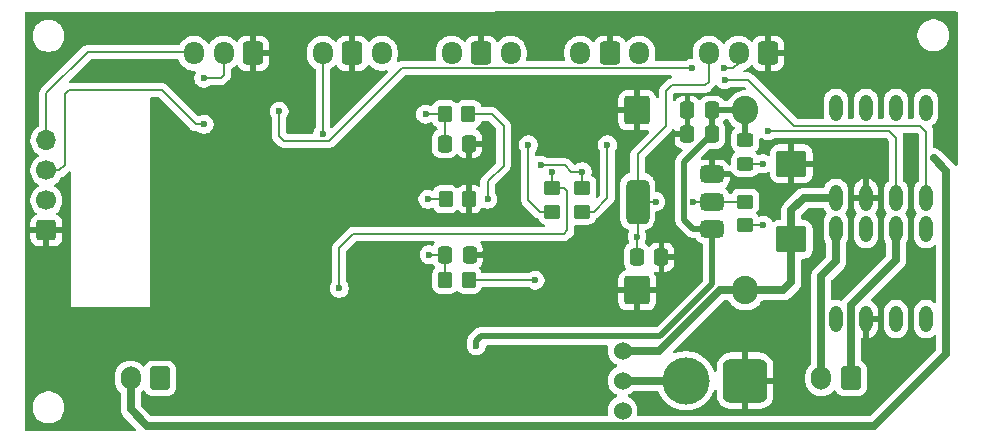
<source format=gbr>
%TF.GenerationSoftware,KiCad,Pcbnew,9.0.1*%
%TF.CreationDate,2025-10-10T15:40:47-03:00*%
%TF.ProjectId,minisumo,6d696e69-7375-46d6-9f2e-6b696361645f,rev?*%
%TF.SameCoordinates,Original*%
%TF.FileFunction,Copper,L2,Bot*%
%TF.FilePolarity,Positive*%
%FSLAX46Y46*%
G04 Gerber Fmt 4.6, Leading zero omitted, Abs format (unit mm)*
G04 Created by KiCad (PCBNEW 9.0.1) date 2025-10-10 15:40:47*
%MOMM*%
%LPD*%
G01*
G04 APERTURE LIST*
G04 Aperture macros list*
%AMRoundRect*
0 Rectangle with rounded corners*
0 $1 Rounding radius*
0 $2 $3 $4 $5 $6 $7 $8 $9 X,Y pos of 4 corners*
0 Add a 4 corners polygon primitive as box body*
4,1,4,$2,$3,$4,$5,$6,$7,$8,$9,$2,$3,0*
0 Add four circle primitives for the rounded corners*
1,1,$1+$1,$2,$3*
1,1,$1+$1,$4,$5*
1,1,$1+$1,$6,$7*
1,1,$1+$1,$8,$9*
0 Add four rect primitives between the rounded corners*
20,1,$1+$1,$2,$3,$4,$5,0*
20,1,$1+$1,$4,$5,$6,$7,0*
20,1,$1+$1,$6,$7,$8,$9,0*
20,1,$1+$1,$8,$9,$2,$3,0*%
G04 Aperture macros list end*
%TA.AperFunction,ComponentPad*%
%ADD10C,1.524000*%
%TD*%
%TA.AperFunction,ComponentPad*%
%ADD11O,2.200000X2.400000*%
%TD*%
%TA.AperFunction,ComponentPad*%
%ADD12RoundRect,0.250000X0.850000X-0.950000X0.850000X0.950000X-0.850000X0.950000X-0.850000X-0.950000X0*%
%TD*%
%TA.AperFunction,ComponentPad*%
%ADD13O,1.700000X1.700000*%
%TD*%
%TA.AperFunction,ComponentPad*%
%ADD14C,1.700000*%
%TD*%
%TA.AperFunction,ComponentPad*%
%ADD15RoundRect,0.250000X-0.600000X-0.600000X0.600000X-0.600000X0.600000X0.600000X-0.600000X0.600000X0*%
%TD*%
%TA.AperFunction,ComponentPad*%
%ADD16O,1.108000X2.216000*%
%TD*%
%TA.AperFunction,SMDPad,CuDef*%
%ADD17RoundRect,0.250000X-0.337500X-0.475000X0.337500X-0.475000X0.337500X0.475000X-0.337500X0.475000X0*%
%TD*%
%TA.AperFunction,SMDPad,CuDef*%
%ADD18RoundRect,0.250000X-0.350000X-0.450000X0.350000X-0.450000X0.350000X0.450000X-0.350000X0.450000X0*%
%TD*%
%TA.AperFunction,ComponentPad*%
%ADD19O,1.700000X1.950000*%
%TD*%
%TA.AperFunction,ComponentPad*%
%ADD20RoundRect,0.250000X-0.600000X-0.725000X0.600000X-0.725000X0.600000X0.725000X-0.600000X0.725000X0*%
%TD*%
%TA.AperFunction,SMDPad,CuDef*%
%ADD21RoundRect,0.250001X1.044999X-0.872499X1.044999X0.872499X-1.044999X0.872499X-1.044999X-0.872499X0*%
%TD*%
%TA.AperFunction,SMDPad,CuDef*%
%ADD22RoundRect,0.250000X-0.450000X0.325000X-0.450000X-0.325000X0.450000X-0.325000X0.450000X0.325000X0*%
%TD*%
%TA.AperFunction,SMDPad,CuDef*%
%ADD23RoundRect,0.250000X0.337500X0.475000X-0.337500X0.475000X-0.337500X-0.475000X0.337500X-0.475000X0*%
%TD*%
%TA.AperFunction,SMDPad,CuDef*%
%ADD24RoundRect,0.250000X-0.450000X0.350000X-0.450000X-0.350000X0.450000X-0.350000X0.450000X0.350000X0*%
%TD*%
%TA.AperFunction,ComponentPad*%
%ADD25RoundRect,0.250000X0.600000X0.750000X-0.600000X0.750000X-0.600000X-0.750000X0.600000X-0.750000X0*%
%TD*%
%TA.AperFunction,ComponentPad*%
%ADD26O,1.700000X2.000000*%
%TD*%
%TA.AperFunction,ComponentPad*%
%ADD27RoundRect,0.760000X1.140000X1.140000X-1.140000X1.140000X-1.140000X-1.140000X1.140000X-1.140000X0*%
%TD*%
%TA.AperFunction,ComponentPad*%
%ADD28C,4.000000*%
%TD*%
%TA.AperFunction,SMDPad,CuDef*%
%ADD29RoundRect,0.375000X0.625000X0.375000X-0.625000X0.375000X-0.625000X-0.375000X0.625000X-0.375000X0*%
%TD*%
%TA.AperFunction,SMDPad,CuDef*%
%ADD30RoundRect,0.500000X0.500000X1.400000X-0.500000X1.400000X-0.500000X-1.400000X0.500000X-1.400000X0*%
%TD*%
%TA.AperFunction,ViaPad*%
%ADD31C,0.600000*%
%TD*%
%TA.AperFunction,Conductor*%
%ADD32C,0.200000*%
%TD*%
%TA.AperFunction,Conductor*%
%ADD33C,0.700000*%
%TD*%
%TA.AperFunction,Conductor*%
%ADD34C,0.500000*%
%TD*%
G04 APERTURE END LIST*
D10*
%TO.P,SW6,1,C*%
%TO.N,unconnected-(SW6-C-Pad1)*%
X199875000Y-90715000D03*
%TO.P,SW6,2,B*%
%TO.N,Net-(BAT1-Pin_2)*%
X199875000Y-88175000D03*
%TO.P,SW6,3,A*%
%TO.N,VCC*%
X199875000Y-85635000D03*
%TD*%
D11*
%TO.P,U6,1,IN*%
%TO.N,VCC*%
X210270000Y-80520000D03*
D12*
%TO.P,U6,2,GND*%
%TO.N,GND*%
X201130000Y-80520000D03*
X201130000Y-65280000D03*
D11*
%TO.P,U6,3,OUT*%
%TO.N,+5V*%
X210270000Y-65280000D03*
%TD*%
D13*
%TO.P,J3,1,Pin_1*%
%TO.N,+3.3V*%
X151100000Y-67820000D03*
D14*
%TO.P,J3,2,Pin_2*%
%TO.N,TXDO*%
X151100000Y-70360000D03*
%TO.P,J3,3,Pin_3*%
%TO.N,RXDO*%
X151100000Y-72900000D03*
D15*
%TO.P,J3,4,Pin_4*%
%TO.N,GND*%
X151100000Y-75440000D03*
%TD*%
D16*
%TO.P,U3,BI,BI*%
%TO.N,BI_IZ*%
X225570000Y-72697000D03*
%TO.P,U3,BO1,BO1*%
%TO.N,Net-(J2-Pin_1)*%
X223030000Y-65077000D03*
%TO.P,U3,BO2,BO2*%
X225570000Y-65077000D03*
%TO.P,U3,FI,FI*%
%TO.N,FI_IZ*%
X223030000Y-72697000D03*
%TO.P,U3,FO1,FO1*%
%TO.N,Net-(J2-Pin_2)*%
X217950000Y-65077000D03*
%TO.P,U3,FO2,FO2*%
X220490000Y-65077000D03*
%TO.P,U3,GND,GND*%
%TO.N,GND*%
X220490000Y-72697000D03*
%TO.P,U3,VCC,VCC*%
%TO.N,VCC*%
X217950000Y-72697000D03*
%TD*%
D17*
%TO.P,C10,1*%
%TO.N,EN*%
X184862500Y-77500000D03*
%TO.P,C10,2*%
%TO.N,GND*%
X186937500Y-77500000D03*
%TD*%
D18*
%TO.P,R10,1*%
%TO.N,ACT*%
X184900000Y-72800000D03*
%TO.P,R10,2*%
%TO.N,GND*%
X186900000Y-72800000D03*
%TD*%
D17*
%TO.P,C11,1*%
%TO.N,BOOT*%
X184825000Y-68100000D03*
%TO.P,C11,2*%
%TO.N,GND*%
X186900000Y-68100000D03*
%TD*%
D19*
%TO.P,J8,1,Pin_1*%
%TO.N,F_FRE*%
X185400000Y-60450000D03*
D20*
%TO.P,J8,2,Pin_2*%
%TO.N,GND*%
X187900000Y-60450000D03*
D19*
%TO.P,J8,3,Pin_3*%
%TO.N,+3.3V*%
X190400000Y-60450000D03*
%TD*%
%TO.P,J11,1,Pin_1*%
%TO.N,+3.3V*%
X207200000Y-60450000D03*
%TO.P,J11,2,Pin_2*%
%TO.N,P_DER*%
X209700000Y-60450000D03*
D20*
%TO.P,J11,3,Pin_3*%
%TO.N,GND*%
X212200000Y-60450000D03*
%TD*%
D21*
%TO.P,CE2,1*%
%TO.N,VCC*%
X214175000Y-76207500D03*
%TO.P,CE2,2*%
%TO.N,GND*%
X214175000Y-69792500D03*
%TD*%
D22*
%TO.P,R4,1*%
%TO.N,+5V*%
X210270000Y-67775000D03*
%TO.P,R4,2*%
%TO.N,Net-(D1-A)*%
X210270000Y-69825000D03*
%TD*%
D17*
%TO.P,CE4,1*%
%TO.N,+3.3V*%
X201100000Y-77700000D03*
%TO.P,CE4,2*%
%TO.N,GND*%
X203175000Y-77700000D03*
%TD*%
D23*
%TO.P,CE3,1*%
%TO.N,+5V*%
X207450000Y-65275000D03*
%TO.P,CE3,2*%
%TO.N,GND*%
X205375000Y-65275000D03*
%TD*%
D24*
%TO.P,R7,1*%
%TO.N,M2*%
X196470000Y-71850000D03*
%TO.P,R7,2*%
%TO.N,Net-(D9-A)*%
X196470000Y-73850000D03*
%TD*%
D16*
%TO.P,U5,BI,BI*%
%TO.N,BI_DER*%
X225570000Y-82945000D03*
%TO.P,U5,BO1,BO1*%
%TO.N,Net-(J4-Pin_1)*%
X223030000Y-75325000D03*
%TO.P,U5,BO2,BO2*%
X225570000Y-75325000D03*
%TO.P,U5,FI,FI*%
%TO.N,BI_IZQ*%
X223030000Y-82945000D03*
%TO.P,U5,FO1,FO1*%
%TO.N,Net-(J4-Pin_2)*%
X217950000Y-75325000D03*
%TO.P,U5,FO2,FO2*%
X220490000Y-75325000D03*
%TO.P,U5,GND,GND*%
%TO.N,GND*%
X220490000Y-82945000D03*
%TO.P,U5,VCC,VCC*%
%TO.N,VCC*%
X217950000Y-82945000D03*
%TD*%
D18*
%TO.P,R11,1*%
%TO.N,EN*%
X184862500Y-79650000D03*
%TO.P,R11,2*%
%TO.N,+3.3V*%
X186862500Y-79650000D03*
%TD*%
D24*
%TO.P,R6,1*%
%TO.N,M1*%
X193930000Y-71850000D03*
%TO.P,R6,2*%
%TO.N,Net-(D8-A)*%
X193930000Y-73850000D03*
%TD*%
D25*
%TO.P,J2,1,Pin_1*%
%TO.N,Net-(J2-Pin_1)*%
X160725000Y-87975000D03*
D26*
%TO.P,J2,2,Pin_2*%
%TO.N,Net-(J2-Pin_2)*%
X158225000Y-87975000D03*
%TD*%
D25*
%TO.P,J4,1,Pin_1*%
%TO.N,Net-(J4-Pin_1)*%
X219200000Y-87975000D03*
D26*
%TO.P,J4,2,Pin_2*%
%TO.N,Net-(J4-Pin_2)*%
X216700000Y-87975000D03*
%TD*%
D23*
%TO.P,C5,1*%
%TO.N,+5V*%
X207450000Y-67300000D03*
%TO.P,C5,2*%
%TO.N,GND*%
X205375000Y-67300000D03*
%TD*%
D19*
%TO.P,J7,1,Pin_1*%
%TO.N,F_IZ*%
X174500000Y-60450000D03*
D20*
%TO.P,J7,2,Pin_2*%
%TO.N,GND*%
X177000000Y-60450000D03*
D19*
%TO.P,J7,3,Pin_3*%
%TO.N,+3.3V*%
X179500000Y-60450000D03*
%TD*%
D27*
%TO.P,BAT1,1,Pin_1*%
%TO.N,GND*%
X210250000Y-88175000D03*
D28*
%TO.P,BAT1,2,Pin_2*%
%TO.N,Net-(BAT1-Pin_2)*%
X205250000Y-88175000D03*
%TD*%
D19*
%TO.P,J9,1,Pin_1*%
%TO.N,+3.3V*%
X163600000Y-60450000D03*
%TO.P,J9,2,Pin_2*%
%TO.N,P_IZ*%
X166100000Y-60450000D03*
D20*
%TO.P,J9,3,Pin_3*%
%TO.N,GND*%
X168600000Y-60450000D03*
%TD*%
D18*
%TO.P,R12,1*%
%TO.N,BOOT*%
X184825000Y-65600000D03*
%TO.P,R12,2*%
%TO.N,+3.3V*%
X186825000Y-65600000D03*
%TD*%
D19*
%TO.P,J10,1,Pin_1*%
%TO.N,F_DER*%
X196300000Y-60450000D03*
D20*
%TO.P,J10,2,Pin_2*%
%TO.N,GND*%
X198800000Y-60450000D03*
D19*
%TO.P,J10,3,Pin_3*%
%TO.N,+3.3V*%
X201300000Y-60450000D03*
%TD*%
D29*
%TO.P,U2,1,GND*%
%TO.N,GND*%
X207450000Y-70700000D03*
%TO.P,U2,2,VO*%
%TO.N,+3.3V*%
X207450000Y-73000000D03*
D30*
X201150000Y-73000000D03*
D29*
%TO.P,U2,3,VI*%
%TO.N,+5V*%
X207450000Y-75300000D03*
%TD*%
D24*
%TO.P,R5,1*%
%TO.N,+3.3V*%
X210270000Y-73000000D03*
%TO.P,R5,2*%
%TO.N,Net-(D2-A)*%
X210270000Y-75000000D03*
%TD*%
D31*
%TO.N,GND*%
X188500000Y-68100000D03*
X188250000Y-77450000D03*
%TO.N,Net-(D1-A)*%
X211750000Y-69800000D03*
%TO.N,Net-(D2-A)*%
X211800000Y-75000000D03*
%TO.N,EN*%
X183500000Y-77500000D03*
%TO.N,BOOT*%
X183200000Y-65600000D03*
%TO.N,TXDO*%
X164455000Y-66450000D03*
%TO.N,P_IZ*%
X164422167Y-62550000D03*
%TO.N,Net-(J2-Pin_2)*%
X226250000Y-69350000D03*
%TO.N,F_IZ*%
X174500000Y-67250000D03*
%TO.N,P_DER*%
X208500000Y-61726000D03*
X205750000Y-61726000D03*
X170800000Y-65350000D03*
%TO.N,FI_IZ*%
X212200000Y-67000000D03*
%TO.N,Net-(D8-A)*%
X191900000Y-68200000D03*
%TO.N,Net-(D9-A)*%
X198600000Y-68200000D03*
%TO.N,+5V*%
X187500000Y-85200000D03*
%TO.N,ACT*%
X183400000Y-72800000D03*
%TO.N,+3.3V*%
X192475000Y-79650000D03*
X188450000Y-72800000D03*
X205850000Y-73000000D03*
X201099000Y-75971700D03*
X202675000Y-73000000D03*
%TO.N,BI_IZ*%
X208525000Y-62675000D03*
%TO.N,M1*%
X175900000Y-80350000D03*
X193930000Y-70519000D03*
%TO.N,M2*%
X192950000Y-69919000D03*
X196470000Y-70480000D03*
%TD*%
D32*
%TO.N,GND*%
X186900000Y-68100000D02*
X188500000Y-68100000D01*
D33*
X210075000Y-87350000D02*
X210125000Y-87400000D01*
D32*
%TO.N,Net-(D1-A)*%
X210270000Y-69825000D02*
X211725000Y-69825000D01*
X211725000Y-69825000D02*
X211750000Y-69800000D01*
%TO.N,Net-(D2-A)*%
X210270000Y-75000000D02*
X211850000Y-75000000D01*
%TO.N,EN*%
X184862000Y-78575000D02*
X184862000Y-78037500D01*
X184862000Y-78037500D02*
X184862000Y-77500000D01*
X184862000Y-78575000D02*
X184862000Y-78575500D01*
X184862000Y-78037500D02*
X184862000Y-78037000D01*
X184862000Y-78037000D02*
X184862000Y-77500000D01*
X184862000Y-78575500D02*
X184862000Y-79650000D01*
X184862000Y-77500000D02*
X183500000Y-77500000D01*
X184862500Y-79650000D02*
X184862000Y-79650000D01*
X184862000Y-79650000D02*
X184862000Y-78575000D01*
%TO.N,BOOT*%
X184825000Y-65600000D02*
X183200000Y-65600000D01*
X184825000Y-68100000D02*
X184825000Y-65600000D01*
%TO.N,TXDO*%
X153000000Y-63550000D02*
X152650000Y-63900000D01*
X152650000Y-63900000D02*
X152650000Y-69900000D01*
X164500000Y-66450000D02*
X163750000Y-66450000D01*
X160850000Y-63550000D02*
X153000000Y-63550000D01*
X152650000Y-69900000D02*
X152190000Y-70360000D01*
X163750000Y-66450000D02*
X160850000Y-63550000D01*
X152190000Y-70360000D02*
X151100000Y-70360000D01*
%TO.N,P_IZ*%
X166150000Y-62250000D02*
X166150000Y-60500000D01*
X164422167Y-62550000D02*
X165850000Y-62550000D01*
X166150000Y-60500000D02*
X166100000Y-60450000D01*
X165850000Y-62550000D02*
X166150000Y-62250000D01*
D33*
%TO.N,Net-(J2-Pin_2)*%
X221147000Y-92028000D02*
X159653000Y-92028000D01*
X159653000Y-92028000D02*
X158225000Y-90600000D01*
X227300000Y-70400000D02*
X227300000Y-85875000D01*
X227300000Y-85875000D02*
X221147000Y-92028000D01*
X158225000Y-90600000D02*
X158225000Y-87975000D01*
X226250000Y-69350000D02*
X227300000Y-70400000D01*
%TO.N,Net-(J4-Pin_2)*%
X216700000Y-79325000D02*
X217950000Y-78075000D01*
X217950000Y-78075000D02*
X217950000Y-75325000D01*
X216700000Y-87975000D02*
X216700000Y-79325000D01*
%TO.N,Net-(J4-Pin_1)*%
X218800000Y-87975000D02*
X219200000Y-87575000D01*
X219200000Y-87575000D02*
X219200000Y-81800000D01*
X223030000Y-77970000D02*
X223030000Y-75325000D01*
X219200000Y-81800000D02*
X223030000Y-77970000D01*
D32*
%TO.N,F_IZ*%
X174500000Y-67250000D02*
X174500000Y-60450000D01*
%TO.N,P_DER*%
X208500000Y-61726000D02*
X209224000Y-61726000D01*
X171201000Y-67851000D02*
X175049000Y-67851000D01*
X181174000Y-61726000D02*
X205750000Y-61726000D01*
X170800000Y-65350000D02*
X170800000Y-67450000D01*
X209224000Y-61726000D02*
X209700000Y-61250000D01*
X170800000Y-67450000D02*
X171201000Y-67851000D01*
X209700000Y-61250000D02*
X209700000Y-60450000D01*
X175049000Y-67851000D02*
X181174000Y-61726000D01*
%TO.N,FI_IZ*%
X223030000Y-67580000D02*
X223030000Y-72697000D01*
X212200000Y-67000000D02*
X222450000Y-67000000D01*
X222450000Y-67000000D02*
X223030000Y-67580000D01*
%TO.N,Net-(D8-A)*%
X193930000Y-73850000D02*
X192850000Y-73850000D01*
X191900000Y-72900000D02*
X191900000Y-68250000D01*
X192850000Y-73850000D02*
X191900000Y-72900000D01*
%TO.N,Net-(D9-A)*%
X197450000Y-73850000D02*
X198600000Y-72700000D01*
X196470000Y-73850000D02*
X197450000Y-73850000D01*
X198600000Y-72700000D02*
X198600000Y-68200000D01*
D34*
%TO.N,+5V*%
X203032215Y-84400000D02*
X187875000Y-84400000D01*
X205099000Y-69651000D02*
X207450000Y-67300000D01*
X187500000Y-84775000D02*
X187500000Y-85200000D01*
X205850000Y-75300000D02*
X205099000Y-74549000D01*
X207450000Y-75300000D02*
X207450000Y-79982215D01*
D32*
X210265000Y-65275000D02*
X210270000Y-65280000D01*
D34*
X205099000Y-74549000D02*
X205099000Y-69651000D01*
X187875000Y-84400000D02*
X187500000Y-84775000D01*
X207450000Y-79982215D02*
X203032215Y-84400000D01*
X207450000Y-65275000D02*
X210265000Y-65275000D01*
X207450000Y-67300000D02*
X207450000Y-65275000D01*
X207450000Y-75300000D02*
X205850000Y-75300000D01*
X210270000Y-67775000D02*
X210270000Y-65280000D01*
D33*
%TO.N,Net-(BAT1-Pin_2)*%
X205250000Y-88175000D02*
X199875000Y-88175000D01*
D32*
%TO.N,ACT*%
X183400000Y-72800000D02*
X184900000Y-72800000D01*
D33*
%TO.N,VCC*%
X214175000Y-73750000D02*
X215228000Y-72697000D01*
X202990000Y-85635000D02*
X199875000Y-85635000D01*
X208105000Y-80520000D02*
X202990000Y-85635000D01*
X215228000Y-72697000D02*
X218150000Y-72697000D01*
X213505000Y-80520000D02*
X214175000Y-79850000D01*
X214175000Y-76207500D02*
X214175000Y-73750000D01*
X210270000Y-80520000D02*
X208105000Y-80520000D01*
X214175000Y-79850000D02*
X214175000Y-76207500D01*
X210270000Y-80520000D02*
X213505000Y-80520000D01*
D32*
%TO.N,+3.3V*%
X189800000Y-66575345D02*
X188824655Y-65600000D01*
X188450000Y-72800000D02*
X188450000Y-71300000D01*
X186862500Y-79650000D02*
X192475000Y-79650000D01*
X205875000Y-73025000D02*
X207425000Y-73025000D01*
X207200000Y-62850000D02*
X206875000Y-63175000D01*
X207200000Y-60450000D02*
X207200000Y-62850000D01*
X188824655Y-65600000D02*
X186825000Y-65600000D01*
X203550000Y-66600000D02*
X201150000Y-69000000D01*
X189800000Y-69950000D02*
X189800000Y-66575345D01*
X201150000Y-69000000D02*
X201150000Y-73000000D01*
X205850000Y-73000000D02*
X205875000Y-73025000D01*
X151100000Y-67820000D02*
X151100000Y-63850000D01*
X201099000Y-75971700D02*
X201150000Y-75920700D01*
X207425000Y-73025000D02*
X207450000Y-73000000D01*
X201150000Y-75920700D02*
X201150000Y-73000000D01*
X207450000Y-73000000D02*
X210270000Y-73000000D01*
X201100000Y-77700000D02*
X201100000Y-75972700D01*
X204050000Y-63175000D02*
X203550000Y-63675000D01*
X201099000Y-74403700D02*
X201150000Y-74454700D01*
X201100000Y-75972700D02*
X201099000Y-75971700D01*
X201100000Y-72950000D02*
X201150000Y-73000000D01*
X154600000Y-60350000D02*
X163500000Y-60350000D01*
X188450000Y-71300000D02*
X189800000Y-69950000D01*
X151100000Y-63850000D02*
X154600000Y-60350000D01*
X206875000Y-63175000D02*
X204050000Y-63175000D01*
X203550000Y-63675000D02*
X203550000Y-66600000D01*
X163500000Y-60350000D02*
X163600000Y-60450000D01*
X201150000Y-73000000D02*
X202675000Y-73000000D01*
%TO.N,BI_IZ*%
X225575000Y-67075000D02*
X225575000Y-72502000D01*
X210475000Y-62675000D02*
X214400000Y-66600000D01*
X214400000Y-66600000D02*
X225100000Y-66600000D01*
X208525000Y-62675000D02*
X210475000Y-62675000D01*
X225100000Y-66600000D02*
X225575000Y-67075000D01*
%TO.N,M1*%
X195200000Y-72100000D02*
X194950000Y-71850000D01*
X194950000Y-71850000D02*
X193930000Y-71850000D01*
X195200000Y-75450000D02*
X195200000Y-72100000D01*
X175900000Y-80350000D02*
X175900000Y-76900000D01*
X175900000Y-76900000D02*
X177050000Y-75750000D01*
X194900000Y-75750000D02*
X195200000Y-75450000D01*
X193930000Y-71850000D02*
X193930000Y-70519000D01*
X177050000Y-75750000D02*
X194900000Y-75750000D01*
%TO.N,M2*%
X192950000Y-69919000D02*
X194969000Y-69919000D01*
X195530000Y-70480000D02*
X196470000Y-70480000D01*
X194969000Y-69919000D02*
X195530000Y-70480000D01*
X196470000Y-71850000D02*
X196470000Y-70480000D01*
%TD*%
%TA.AperFunction,Conductor*%
%TO.N,GND*%
G36*
X228192474Y-56920534D02*
G01*
X228238262Y-56973309D01*
X228249500Y-57024891D01*
X228249500Y-69881393D01*
X228229815Y-69948432D01*
X228177011Y-69994187D01*
X228107853Y-70004131D01*
X228044297Y-69975106D01*
X228022399Y-69950285D01*
X227988009Y-69898819D01*
X227960626Y-69857838D01*
X227960621Y-69857833D01*
X227960619Y-69857830D01*
X226792165Y-68689375D01*
X226792161Y-68689372D01*
X226652866Y-68596297D01*
X226652863Y-68596296D01*
X226498082Y-68532184D01*
X226498073Y-68532181D01*
X226333771Y-68499500D01*
X226333767Y-68499500D01*
X226299500Y-68499500D01*
X226232461Y-68479815D01*
X226186706Y-68427011D01*
X226175500Y-68375500D01*
X226175500Y-66995945D01*
X226175500Y-66995943D01*
X226134577Y-66843216D01*
X226058817Y-66711995D01*
X226042345Y-66644097D01*
X226065198Y-66578070D01*
X226097312Y-66546897D01*
X226242204Y-66450083D01*
X226389083Y-66303204D01*
X226504486Y-66130493D01*
X226583976Y-65938586D01*
X226624500Y-65734859D01*
X226624500Y-64419141D01*
X226624500Y-64419138D01*
X226624499Y-64419136D01*
X226613682Y-64364755D01*
X226583976Y-64215414D01*
X226572132Y-64186819D01*
X226504488Y-64023511D01*
X226504487Y-64023509D01*
X226461521Y-63959207D01*
X226389083Y-63850796D01*
X226389080Y-63850792D01*
X226242207Y-63703919D01*
X226242203Y-63703916D01*
X226069490Y-63588512D01*
X226069488Y-63588511D01*
X225877590Y-63509025D01*
X225877578Y-63509022D01*
X225673862Y-63468500D01*
X225673859Y-63468500D01*
X225466141Y-63468500D01*
X225466138Y-63468500D01*
X225262421Y-63509022D01*
X225262409Y-63509025D01*
X225070511Y-63588511D01*
X225070509Y-63588512D01*
X224897796Y-63703916D01*
X224897792Y-63703919D01*
X224750919Y-63850792D01*
X224750916Y-63850796D01*
X224635512Y-64023509D01*
X224635511Y-64023511D01*
X224556025Y-64215409D01*
X224556022Y-64215421D01*
X224515500Y-64419136D01*
X224515500Y-64419141D01*
X224515500Y-65734859D01*
X224515500Y-65734861D01*
X224515499Y-65734861D01*
X224538663Y-65851308D01*
X224536785Y-65872292D01*
X224539784Y-65893147D01*
X224533733Y-65906394D01*
X224532436Y-65920900D01*
X224519511Y-65937537D01*
X224510759Y-65956703D01*
X224498506Y-65964577D01*
X224489573Y-65976077D01*
X224469706Y-65983085D01*
X224451981Y-65994477D01*
X224427397Y-65998011D01*
X224423683Y-65999322D01*
X224417046Y-65999500D01*
X224182954Y-65999500D01*
X224115915Y-65979815D01*
X224070160Y-65927011D01*
X224060216Y-65857853D01*
X224061337Y-65851308D01*
X224084500Y-65734861D01*
X224084500Y-64419138D01*
X224084499Y-64419136D01*
X224073682Y-64364755D01*
X224043976Y-64215414D01*
X224032132Y-64186819D01*
X223964488Y-64023511D01*
X223964487Y-64023509D01*
X223921521Y-63959207D01*
X223849083Y-63850796D01*
X223849080Y-63850792D01*
X223702207Y-63703919D01*
X223702203Y-63703916D01*
X223529490Y-63588512D01*
X223529488Y-63588511D01*
X223337590Y-63509025D01*
X223337578Y-63509022D01*
X223133862Y-63468500D01*
X223133859Y-63468500D01*
X222926141Y-63468500D01*
X222926138Y-63468500D01*
X222722421Y-63509022D01*
X222722409Y-63509025D01*
X222530511Y-63588511D01*
X222530509Y-63588512D01*
X222357796Y-63703916D01*
X222357792Y-63703919D01*
X222210919Y-63850792D01*
X222210916Y-63850796D01*
X222095512Y-64023509D01*
X222095511Y-64023511D01*
X222016025Y-64215409D01*
X222016022Y-64215421D01*
X221975500Y-64419136D01*
X221975500Y-64419141D01*
X221975500Y-65734859D01*
X221975500Y-65734861D01*
X221975499Y-65734861D01*
X221998663Y-65851308D01*
X221996785Y-65872292D01*
X221999784Y-65893147D01*
X221993733Y-65906394D01*
X221992436Y-65920900D01*
X221979511Y-65937537D01*
X221970759Y-65956703D01*
X221958506Y-65964577D01*
X221949573Y-65976077D01*
X221929706Y-65983085D01*
X221911981Y-65994477D01*
X221887397Y-65998011D01*
X221883683Y-65999322D01*
X221877046Y-65999500D01*
X221642954Y-65999500D01*
X221575915Y-65979815D01*
X221530160Y-65927011D01*
X221520216Y-65857853D01*
X221521337Y-65851308D01*
X221544500Y-65734861D01*
X221544500Y-64419138D01*
X221544499Y-64419136D01*
X221533682Y-64364755D01*
X221503976Y-64215414D01*
X221492132Y-64186819D01*
X221424488Y-64023511D01*
X221424487Y-64023509D01*
X221381521Y-63959207D01*
X221309083Y-63850796D01*
X221309080Y-63850792D01*
X221162207Y-63703919D01*
X221162203Y-63703916D01*
X220989490Y-63588512D01*
X220989488Y-63588511D01*
X220797590Y-63509025D01*
X220797578Y-63509022D01*
X220593862Y-63468500D01*
X220593859Y-63468500D01*
X220386141Y-63468500D01*
X220386138Y-63468500D01*
X220182421Y-63509022D01*
X220182409Y-63509025D01*
X219990511Y-63588511D01*
X219990509Y-63588512D01*
X219817796Y-63703916D01*
X219817792Y-63703919D01*
X219670919Y-63850792D01*
X219670916Y-63850796D01*
X219555512Y-64023509D01*
X219555511Y-64023511D01*
X219476025Y-64215409D01*
X219476022Y-64215421D01*
X219435500Y-64419136D01*
X219435500Y-64419141D01*
X219435500Y-65734859D01*
X219435500Y-65734861D01*
X219435499Y-65734861D01*
X219458663Y-65851308D01*
X219456785Y-65872292D01*
X219459784Y-65893147D01*
X219453733Y-65906394D01*
X219452436Y-65920900D01*
X219439511Y-65937537D01*
X219430759Y-65956703D01*
X219418506Y-65964577D01*
X219409573Y-65976077D01*
X219389706Y-65983085D01*
X219371981Y-65994477D01*
X219347397Y-65998011D01*
X219343683Y-65999322D01*
X219337046Y-65999500D01*
X219102954Y-65999500D01*
X219035915Y-65979815D01*
X218990160Y-65927011D01*
X218980216Y-65857853D01*
X218981337Y-65851308D01*
X219004500Y-65734861D01*
X219004500Y-64419138D01*
X219004499Y-64419136D01*
X218993682Y-64364755D01*
X218963976Y-64215414D01*
X218952132Y-64186819D01*
X218884488Y-64023511D01*
X218884487Y-64023509D01*
X218841521Y-63959207D01*
X218769083Y-63850796D01*
X218769080Y-63850792D01*
X218622207Y-63703919D01*
X218622203Y-63703916D01*
X218449490Y-63588512D01*
X218449488Y-63588511D01*
X218257590Y-63509025D01*
X218257578Y-63509022D01*
X218053862Y-63468500D01*
X218053859Y-63468500D01*
X217846141Y-63468500D01*
X217846138Y-63468500D01*
X217642421Y-63509022D01*
X217642409Y-63509025D01*
X217450511Y-63588511D01*
X217450509Y-63588512D01*
X217277796Y-63703916D01*
X217277792Y-63703919D01*
X217130919Y-63850792D01*
X217130916Y-63850796D01*
X217015512Y-64023509D01*
X217015511Y-64023511D01*
X216936025Y-64215409D01*
X216936022Y-64215421D01*
X216895500Y-64419136D01*
X216895500Y-64419141D01*
X216895500Y-65734859D01*
X216895500Y-65734861D01*
X216895499Y-65734861D01*
X216918663Y-65851308D01*
X216912436Y-65920900D01*
X216869573Y-65976077D01*
X216803683Y-65999322D01*
X216797046Y-65999500D01*
X214700097Y-65999500D01*
X214633058Y-65979815D01*
X214612416Y-65963181D01*
X210962590Y-62313355D01*
X210962588Y-62313352D01*
X210843717Y-62194481D01*
X210843716Y-62194480D01*
X210741266Y-62135331D01*
X210741265Y-62135330D01*
X210706783Y-62115422D01*
X210650881Y-62100443D01*
X210554057Y-62074499D01*
X210395943Y-62074499D01*
X210388347Y-62074499D01*
X210388331Y-62074500D01*
X210238226Y-62074500D01*
X210171187Y-62054815D01*
X210125432Y-62002011D01*
X210115488Y-61932853D01*
X210144513Y-61869297D01*
X210199906Y-61832569D01*
X210218412Y-61826557D01*
X210407816Y-61730051D01*
X210484716Y-61674180D01*
X210579784Y-61605110D01*
X210579784Y-61605109D01*
X210579792Y-61605104D01*
X210718967Y-61465928D01*
X210780286Y-61432446D01*
X210849978Y-61437430D01*
X210905912Y-61479301D01*
X210912184Y-61488515D01*
X211007684Y-61643345D01*
X211131654Y-61767315D01*
X211280875Y-61859356D01*
X211280880Y-61859358D01*
X211447302Y-61914505D01*
X211447309Y-61914506D01*
X211550019Y-61924999D01*
X211949999Y-61924999D01*
X211950000Y-61924998D01*
X211950000Y-60854145D01*
X212016657Y-60892630D01*
X212137465Y-60925000D01*
X212262535Y-60925000D01*
X212383343Y-60892630D01*
X212450000Y-60854145D01*
X212450000Y-61924999D01*
X212849972Y-61924999D01*
X212849986Y-61924998D01*
X212952697Y-61914505D01*
X213119119Y-61859358D01*
X213119124Y-61859356D01*
X213268345Y-61767315D01*
X213392315Y-61643345D01*
X213484356Y-61494124D01*
X213484358Y-61494119D01*
X213539505Y-61327697D01*
X213539506Y-61327690D01*
X213549999Y-61224986D01*
X213550000Y-61224973D01*
X213550000Y-60700000D01*
X212604146Y-60700000D01*
X212642630Y-60633343D01*
X212675000Y-60512535D01*
X212675000Y-60387465D01*
X212642630Y-60266657D01*
X212604146Y-60200000D01*
X213549999Y-60200000D01*
X213549999Y-59675028D01*
X213549998Y-59675013D01*
X213539505Y-59572302D01*
X213484358Y-59405880D01*
X213484356Y-59405875D01*
X213392315Y-59256654D01*
X213268345Y-59132684D01*
X213119124Y-59040643D01*
X213119119Y-59040641D01*
X212952697Y-58985494D01*
X212952690Y-58985493D01*
X212849986Y-58975000D01*
X212450000Y-58975000D01*
X212450000Y-60045854D01*
X212383343Y-60007370D01*
X212262535Y-59975000D01*
X212137465Y-59975000D01*
X212016657Y-60007370D01*
X211950000Y-60045854D01*
X211950000Y-58975000D01*
X211550028Y-58975000D01*
X211550012Y-58975001D01*
X211447302Y-58985494D01*
X211280880Y-59040641D01*
X211280875Y-59040643D01*
X211131654Y-59132684D01*
X211007683Y-59256655D01*
X211007680Y-59256659D01*
X210912183Y-59411484D01*
X210860235Y-59458209D01*
X210791273Y-59469430D01*
X210727191Y-59441587D01*
X210718964Y-59434068D01*
X210579786Y-59294890D01*
X210407820Y-59169951D01*
X210218414Y-59073444D01*
X210218413Y-59073443D01*
X210218412Y-59073443D01*
X210016243Y-59007754D01*
X210016241Y-59007753D01*
X210016240Y-59007753D01*
X209854957Y-58982208D01*
X209806287Y-58974500D01*
X209593713Y-58974500D01*
X209545042Y-58982208D01*
X209383760Y-59007753D01*
X209181585Y-59073444D01*
X208992179Y-59169951D01*
X208820213Y-59294890D01*
X208669894Y-59445209D01*
X208669890Y-59445214D01*
X208550318Y-59609793D01*
X208494989Y-59652459D01*
X208425375Y-59658438D01*
X208363580Y-59625833D01*
X208349682Y-59609793D01*
X208230109Y-59445214D01*
X208230105Y-59445209D01*
X208079786Y-59294890D01*
X207907820Y-59169951D01*
X207718414Y-59073444D01*
X207718413Y-59073443D01*
X207718412Y-59073443D01*
X207516243Y-59007754D01*
X207516241Y-59007753D01*
X207516240Y-59007753D01*
X207354957Y-58982208D01*
X207306287Y-58974500D01*
X207093713Y-58974500D01*
X207045042Y-58982208D01*
X206883760Y-59007753D01*
X206681585Y-59073444D01*
X206492179Y-59169951D01*
X206320213Y-59294890D01*
X206169890Y-59445213D01*
X206044951Y-59617179D01*
X205948444Y-59806585D01*
X205948443Y-59806587D01*
X205948443Y-59806588D01*
X205928010Y-59869475D01*
X205882753Y-60008760D01*
X205849500Y-60218713D01*
X205849500Y-60681285D01*
X205865468Y-60782102D01*
X205856514Y-60851395D01*
X205811518Y-60904847D01*
X205744766Y-60925487D01*
X205742995Y-60925500D01*
X205671155Y-60925500D01*
X205516510Y-60956261D01*
X205516498Y-60956264D01*
X205370827Y-61016602D01*
X205370814Y-61016609D01*
X205239125Y-61104602D01*
X205172447Y-61125480D01*
X205170234Y-61125500D01*
X202711802Y-61125500D01*
X202644763Y-61105815D01*
X202599008Y-61053011D01*
X202589064Y-60983853D01*
X202593871Y-60963182D01*
X202596119Y-60956264D01*
X202617246Y-60891243D01*
X202650500Y-60681287D01*
X202650500Y-60218713D01*
X202617246Y-60008757D01*
X202551557Y-59806588D01*
X202455051Y-59617184D01*
X202455049Y-59617181D01*
X202455048Y-59617179D01*
X202330109Y-59445213D01*
X202179786Y-59294890D01*
X202007820Y-59169951D01*
X201818414Y-59073444D01*
X201818413Y-59073443D01*
X201818412Y-59073443D01*
X201616243Y-59007754D01*
X201616241Y-59007753D01*
X201616240Y-59007753D01*
X201454957Y-58982208D01*
X201406287Y-58974500D01*
X201193713Y-58974500D01*
X201145042Y-58982208D01*
X200983760Y-59007753D01*
X200781585Y-59073444D01*
X200592179Y-59169951D01*
X200420215Y-59294889D01*
X200281035Y-59434069D01*
X200219712Y-59467553D01*
X200150020Y-59462569D01*
X200094087Y-59420697D01*
X200087815Y-59411484D01*
X199992315Y-59256654D01*
X199868345Y-59132684D01*
X199719124Y-59040643D01*
X199719119Y-59040641D01*
X199552697Y-58985494D01*
X199552690Y-58985493D01*
X199449986Y-58975000D01*
X199050000Y-58975000D01*
X199050000Y-60045854D01*
X198983343Y-60007370D01*
X198862535Y-59975000D01*
X198737465Y-59975000D01*
X198616657Y-60007370D01*
X198550000Y-60045854D01*
X198550000Y-58975000D01*
X198150028Y-58975000D01*
X198150012Y-58975001D01*
X198047302Y-58985494D01*
X197880880Y-59040641D01*
X197880875Y-59040643D01*
X197731654Y-59132684D01*
X197607683Y-59256655D01*
X197607680Y-59256659D01*
X197512183Y-59411484D01*
X197460235Y-59458209D01*
X197391273Y-59469430D01*
X197327191Y-59441587D01*
X197318964Y-59434068D01*
X197179786Y-59294890D01*
X197007820Y-59169951D01*
X196818414Y-59073444D01*
X196818413Y-59073443D01*
X196818412Y-59073443D01*
X196616243Y-59007754D01*
X196616241Y-59007753D01*
X196616240Y-59007753D01*
X196454957Y-58982208D01*
X196406287Y-58974500D01*
X196193713Y-58974500D01*
X196145042Y-58982208D01*
X195983760Y-59007753D01*
X195781585Y-59073444D01*
X195592179Y-59169951D01*
X195420213Y-59294890D01*
X195269890Y-59445213D01*
X195144951Y-59617179D01*
X195048444Y-59806585D01*
X195048443Y-59806587D01*
X195048443Y-59806588D01*
X195028010Y-59869475D01*
X194982753Y-60008760D01*
X194949500Y-60218713D01*
X194949500Y-60681286D01*
X194976442Y-60851395D01*
X194982754Y-60891243D01*
X195003880Y-60956263D01*
X195006129Y-60963182D01*
X195008124Y-61033023D01*
X194972044Y-61092856D01*
X194909343Y-61123684D01*
X194888198Y-61125500D01*
X191811802Y-61125500D01*
X191744763Y-61105815D01*
X191699008Y-61053011D01*
X191689064Y-60983853D01*
X191693871Y-60963182D01*
X191696119Y-60956264D01*
X191717246Y-60891243D01*
X191750500Y-60681287D01*
X191750500Y-60218713D01*
X191717246Y-60008757D01*
X191651557Y-59806588D01*
X191555051Y-59617184D01*
X191555049Y-59617181D01*
X191555048Y-59617179D01*
X191430109Y-59445213D01*
X191279786Y-59294890D01*
X191107820Y-59169951D01*
X190918414Y-59073444D01*
X190918413Y-59073443D01*
X190918412Y-59073443D01*
X190716243Y-59007754D01*
X190716241Y-59007753D01*
X190716240Y-59007753D01*
X190554957Y-58982208D01*
X190506287Y-58974500D01*
X190293713Y-58974500D01*
X190245042Y-58982208D01*
X190083760Y-59007753D01*
X189881585Y-59073444D01*
X189692179Y-59169951D01*
X189520215Y-59294889D01*
X189381035Y-59434069D01*
X189319712Y-59467553D01*
X189250020Y-59462569D01*
X189194087Y-59420697D01*
X189187815Y-59411484D01*
X189092315Y-59256654D01*
X188968345Y-59132684D01*
X188819124Y-59040643D01*
X188819119Y-59040641D01*
X188652697Y-58985494D01*
X188652690Y-58985493D01*
X188549986Y-58975000D01*
X188150000Y-58975000D01*
X188150000Y-60045854D01*
X188083343Y-60007370D01*
X187962535Y-59975000D01*
X187837465Y-59975000D01*
X187716657Y-60007370D01*
X187650000Y-60045854D01*
X187650000Y-58975000D01*
X187250028Y-58975000D01*
X187250012Y-58975001D01*
X187147302Y-58985494D01*
X186980880Y-59040641D01*
X186980875Y-59040643D01*
X186831654Y-59132684D01*
X186707683Y-59256655D01*
X186707680Y-59256659D01*
X186612183Y-59411484D01*
X186560235Y-59458209D01*
X186491273Y-59469430D01*
X186427191Y-59441587D01*
X186418964Y-59434068D01*
X186279786Y-59294890D01*
X186107820Y-59169951D01*
X185918414Y-59073444D01*
X185918413Y-59073443D01*
X185918412Y-59073443D01*
X185716243Y-59007754D01*
X185716241Y-59007753D01*
X185716240Y-59007753D01*
X185554957Y-58982208D01*
X185506287Y-58974500D01*
X185293713Y-58974500D01*
X185245042Y-58982208D01*
X185083760Y-59007753D01*
X184881585Y-59073444D01*
X184692179Y-59169951D01*
X184520213Y-59294890D01*
X184369890Y-59445213D01*
X184244951Y-59617179D01*
X184148444Y-59806585D01*
X184148443Y-59806587D01*
X184148443Y-59806588D01*
X184128010Y-59869475D01*
X184082753Y-60008760D01*
X184049500Y-60218713D01*
X184049500Y-60681286D01*
X184076442Y-60851395D01*
X184082754Y-60891243D01*
X184103880Y-60956263D01*
X184106129Y-60963182D01*
X184108124Y-61033023D01*
X184072044Y-61092856D01*
X184009343Y-61123684D01*
X183988198Y-61125500D01*
X181253057Y-61125500D01*
X181094943Y-61125500D01*
X180942215Y-61166423D01*
X180942213Y-61166423D01*
X180934364Y-61168527D01*
X180933974Y-61167071D01*
X180873514Y-61173565D01*
X180811038Y-61142284D01*
X180775392Y-61082191D01*
X180777611Y-61013223D01*
X180817246Y-60891243D01*
X180850500Y-60681287D01*
X180850500Y-60218713D01*
X180817246Y-60008757D01*
X180751557Y-59806588D01*
X180655051Y-59617184D01*
X180655049Y-59617181D01*
X180655048Y-59617179D01*
X180530109Y-59445213D01*
X180379786Y-59294890D01*
X180207820Y-59169951D01*
X180018414Y-59073444D01*
X180018413Y-59073443D01*
X180018412Y-59073443D01*
X179816243Y-59007754D01*
X179816241Y-59007753D01*
X179816240Y-59007753D01*
X179654957Y-58982208D01*
X179606287Y-58974500D01*
X179393713Y-58974500D01*
X179345042Y-58982208D01*
X179183760Y-59007753D01*
X178981585Y-59073444D01*
X178792179Y-59169951D01*
X178620215Y-59294889D01*
X178481035Y-59434069D01*
X178419712Y-59467553D01*
X178350020Y-59462569D01*
X178294087Y-59420697D01*
X178287815Y-59411484D01*
X178192315Y-59256654D01*
X178068345Y-59132684D01*
X177919124Y-59040643D01*
X177919119Y-59040641D01*
X177752697Y-58985494D01*
X177752690Y-58985493D01*
X177649986Y-58975000D01*
X177250000Y-58975000D01*
X177250000Y-60045854D01*
X177183343Y-60007370D01*
X177062535Y-59975000D01*
X176937465Y-59975000D01*
X176816657Y-60007370D01*
X176750000Y-60045854D01*
X176750000Y-58975000D01*
X176350028Y-58975000D01*
X176350012Y-58975001D01*
X176247302Y-58985494D01*
X176080880Y-59040641D01*
X176080875Y-59040643D01*
X175931654Y-59132684D01*
X175807683Y-59256655D01*
X175807680Y-59256659D01*
X175712183Y-59411484D01*
X175660235Y-59458209D01*
X175591273Y-59469430D01*
X175527191Y-59441587D01*
X175518964Y-59434068D01*
X175379786Y-59294890D01*
X175207820Y-59169951D01*
X175018414Y-59073444D01*
X175018413Y-59073443D01*
X175018412Y-59073443D01*
X174816243Y-59007754D01*
X174816241Y-59007753D01*
X174816240Y-59007753D01*
X174654957Y-58982208D01*
X174606287Y-58974500D01*
X174393713Y-58974500D01*
X174345042Y-58982208D01*
X174183760Y-59007753D01*
X173981585Y-59073444D01*
X173792179Y-59169951D01*
X173620213Y-59294890D01*
X173469890Y-59445213D01*
X173344951Y-59617179D01*
X173248444Y-59806585D01*
X173248443Y-59806587D01*
X173248443Y-59806588D01*
X173228010Y-59869475D01*
X173182753Y-60008760D01*
X173149500Y-60218713D01*
X173149500Y-60681286D01*
X173176442Y-60851395D01*
X173182754Y-60891243D01*
X173248262Y-61092856D01*
X173248444Y-61093414D01*
X173344951Y-61282820D01*
X173469890Y-61454786D01*
X173620213Y-61605109D01*
X173792184Y-61730051D01*
X173792184Y-61730052D01*
X173831793Y-61750233D01*
X173882590Y-61798206D01*
X173899500Y-61860718D01*
X173899500Y-66670234D01*
X173879815Y-66737273D01*
X173878602Y-66739125D01*
X173790609Y-66870814D01*
X173790602Y-66870827D01*
X173730264Y-67016498D01*
X173730261Y-67016510D01*
X173703571Y-67150691D01*
X173671186Y-67212602D01*
X173610471Y-67247176D01*
X173581954Y-67250500D01*
X171524500Y-67250500D01*
X171457461Y-67230815D01*
X171411706Y-67178011D01*
X171400500Y-67126500D01*
X171400500Y-65929765D01*
X171420185Y-65862726D01*
X171421398Y-65860874D01*
X171443222Y-65828213D01*
X171509394Y-65729179D01*
X171569737Y-65583497D01*
X171600500Y-65428842D01*
X171600500Y-65271158D01*
X171600500Y-65271155D01*
X171600499Y-65271153D01*
X171592569Y-65231286D01*
X171569737Y-65116503D01*
X171561393Y-65096359D01*
X171509397Y-64970827D01*
X171509390Y-64970814D01*
X171421789Y-64839711D01*
X171421786Y-64839707D01*
X171310292Y-64728213D01*
X171310288Y-64728210D01*
X171179185Y-64640609D01*
X171179172Y-64640602D01*
X171033501Y-64580264D01*
X171033489Y-64580261D01*
X170878845Y-64549500D01*
X170878842Y-64549500D01*
X170721158Y-64549500D01*
X170721155Y-64549500D01*
X170566510Y-64580261D01*
X170566498Y-64580264D01*
X170420827Y-64640602D01*
X170420814Y-64640609D01*
X170289711Y-64728210D01*
X170289707Y-64728213D01*
X170178213Y-64839707D01*
X170178210Y-64839711D01*
X170090609Y-64970814D01*
X170090602Y-64970827D01*
X170030264Y-65116498D01*
X170030261Y-65116510D01*
X169999500Y-65271153D01*
X169999500Y-65428846D01*
X170030261Y-65583489D01*
X170030264Y-65583501D01*
X170090602Y-65729172D01*
X170090609Y-65729185D01*
X170178602Y-65860874D01*
X170199480Y-65927551D01*
X170199500Y-65929765D01*
X170199500Y-67363330D01*
X170199499Y-67363348D01*
X170199499Y-67529054D01*
X170199498Y-67529054D01*
X170240424Y-67681789D01*
X170240425Y-67681790D01*
X170263328Y-67721458D01*
X170263329Y-67721460D01*
X170319475Y-67818709D01*
X170319479Y-67818714D01*
X170319480Y-67818716D01*
X170431284Y-67930520D01*
X170431285Y-67930521D01*
X170832284Y-68331520D01*
X170832286Y-68331521D01*
X170832290Y-68331524D01*
X170969209Y-68410573D01*
X170969212Y-68410575D01*
X170969216Y-68410577D01*
X171121943Y-68451501D01*
X171121945Y-68451501D01*
X171287654Y-68451501D01*
X171287670Y-68451500D01*
X174962331Y-68451500D01*
X174962347Y-68451501D01*
X174969943Y-68451501D01*
X175128054Y-68451501D01*
X175128057Y-68451501D01*
X175280785Y-68410577D01*
X175355029Y-68367712D01*
X175417716Y-68331520D01*
X175529520Y-68219716D01*
X175529520Y-68219714D01*
X175539724Y-68209511D01*
X175539727Y-68209506D01*
X178228081Y-65521153D01*
X182399500Y-65521153D01*
X182399500Y-65678846D01*
X182430261Y-65833489D01*
X182430264Y-65833501D01*
X182490602Y-65979172D01*
X182490609Y-65979185D01*
X182578210Y-66110288D01*
X182578213Y-66110292D01*
X182689707Y-66221786D01*
X182689711Y-66221789D01*
X182820814Y-66309390D01*
X182820827Y-66309397D01*
X182965513Y-66369327D01*
X182966503Y-66369737D01*
X183114542Y-66399184D01*
X183121153Y-66400499D01*
X183121156Y-66400500D01*
X183121158Y-66400500D01*
X183278844Y-66400500D01*
X183278845Y-66400499D01*
X183433497Y-66369737D01*
X183579179Y-66309394D01*
X183600291Y-66295286D01*
X183666965Y-66274408D01*
X183734346Y-66292890D01*
X183781038Y-66344867D01*
X183786888Y-66359382D01*
X183790183Y-66369327D01*
X183790187Y-66369336D01*
X183808792Y-66399500D01*
X183882288Y-66518656D01*
X184006344Y-66642712D01*
X184140099Y-66725212D01*
X184157291Y-66735816D01*
X184204015Y-66787764D01*
X184215238Y-66856727D01*
X184187394Y-66920809D01*
X184157292Y-66946893D01*
X184101438Y-66981344D01*
X184018842Y-67032289D01*
X183894789Y-67156342D01*
X183802687Y-67305663D01*
X183802685Y-67305668D01*
X183788413Y-67348739D01*
X183747501Y-67472203D01*
X183747501Y-67472204D01*
X183747500Y-67472204D01*
X183737000Y-67574983D01*
X183737000Y-68625001D01*
X183737001Y-68625019D01*
X183747500Y-68727796D01*
X183747501Y-68727799D01*
X183788031Y-68850109D01*
X183802686Y-68894334D01*
X183894788Y-69043656D01*
X184018844Y-69167712D01*
X184168166Y-69259814D01*
X184334703Y-69314999D01*
X184437491Y-69325500D01*
X185212508Y-69325499D01*
X185212516Y-69325498D01*
X185212519Y-69325498D01*
X185281034Y-69318499D01*
X185315297Y-69314999D01*
X185481834Y-69259814D01*
X185631156Y-69167712D01*
X185755212Y-69043656D01*
X185757252Y-69040347D01*
X185759245Y-69038555D01*
X185759693Y-69037989D01*
X185759789Y-69038065D01*
X185809194Y-68993623D01*
X185878156Y-68982395D01*
X185942240Y-69010234D01*
X185968329Y-69040339D01*
X185970181Y-69043341D01*
X185970183Y-69043344D01*
X186094154Y-69167315D01*
X186243375Y-69259356D01*
X186243380Y-69259358D01*
X186409802Y-69314505D01*
X186409809Y-69314506D01*
X186512519Y-69324999D01*
X186649999Y-69324999D01*
X187150000Y-69324999D01*
X187287472Y-69324999D01*
X187287486Y-69324998D01*
X187390197Y-69314505D01*
X187556619Y-69259358D01*
X187556624Y-69259356D01*
X187705845Y-69167315D01*
X187829815Y-69043345D01*
X187921856Y-68894124D01*
X187921858Y-68894119D01*
X187977005Y-68727697D01*
X187977006Y-68727690D01*
X187987499Y-68624986D01*
X187987500Y-68624973D01*
X187987500Y-68350000D01*
X187150000Y-68350000D01*
X187150000Y-69324999D01*
X186649999Y-69324999D01*
X186650000Y-69324998D01*
X186650000Y-68224000D01*
X186669685Y-68156961D01*
X186722489Y-68111206D01*
X186774000Y-68100000D01*
X186900000Y-68100000D01*
X186900000Y-67974000D01*
X186919685Y-67906961D01*
X186972489Y-67861206D01*
X187024000Y-67850000D01*
X187987499Y-67850000D01*
X187987499Y-67575028D01*
X187987498Y-67575013D01*
X187977005Y-67472302D01*
X187921858Y-67305880D01*
X187921856Y-67305875D01*
X187829815Y-67156654D01*
X187705845Y-67032684D01*
X187556624Y-66940643D01*
X187556616Y-66940640D01*
X187551438Y-66938924D01*
X187493995Y-66899149D01*
X187467175Y-66834632D01*
X187479494Y-66765856D01*
X187525349Y-66715683D01*
X187643656Y-66642712D01*
X187767712Y-66518656D01*
X187859814Y-66369334D01*
X187887595Y-66285495D01*
X187927368Y-66228051D01*
X187991884Y-66201228D01*
X188005301Y-66200500D01*
X188524558Y-66200500D01*
X188591597Y-66220185D01*
X188612239Y-66236819D01*
X189163181Y-66787761D01*
X189196666Y-66849084D01*
X189199500Y-66875442D01*
X189199500Y-69649902D01*
X189179815Y-69716941D01*
X189163181Y-69737583D01*
X187969481Y-70931282D01*
X187969477Y-70931287D01*
X187957592Y-70951875D01*
X187952601Y-70960520D01*
X187923665Y-71010639D01*
X187890655Y-71067814D01*
X187890423Y-71068215D01*
X187849499Y-71220943D01*
X187849499Y-71220945D01*
X187849499Y-71389046D01*
X187849500Y-71389059D01*
X187849500Y-71616406D01*
X187829815Y-71683445D01*
X187777011Y-71729200D01*
X187707853Y-71739144D01*
X187660403Y-71721945D01*
X187569124Y-71665643D01*
X187569119Y-71665641D01*
X187402697Y-71610494D01*
X187402690Y-71610493D01*
X187299986Y-71600000D01*
X187150000Y-71600000D01*
X187150000Y-73999999D01*
X187299972Y-73999999D01*
X187299986Y-73999998D01*
X187402697Y-73989505D01*
X187569119Y-73934358D01*
X187569124Y-73934356D01*
X187718345Y-73842315D01*
X187842317Y-73718343D01*
X187936036Y-73566400D01*
X187987984Y-73519675D01*
X188056946Y-73508452D01*
X188089024Y-73516934D01*
X188216503Y-73569737D01*
X188371153Y-73600499D01*
X188371156Y-73600500D01*
X188371158Y-73600500D01*
X188528844Y-73600500D01*
X188528845Y-73600499D01*
X188683497Y-73569737D01*
X188829179Y-73509394D01*
X188960289Y-73421789D01*
X189071789Y-73310289D01*
X189159394Y-73179179D01*
X189219737Y-73033497D01*
X189250500Y-72878842D01*
X189250500Y-72721158D01*
X189250500Y-72721155D01*
X189250499Y-72721153D01*
X189240057Y-72668657D01*
X189219737Y-72566503D01*
X189196819Y-72511174D01*
X189159397Y-72420827D01*
X189159390Y-72420814D01*
X189071398Y-72289125D01*
X189050520Y-72222447D01*
X189050500Y-72220234D01*
X189050500Y-71600096D01*
X189070185Y-71533057D01*
X189086814Y-71512419D01*
X190168713Y-70430521D01*
X190168716Y-70430520D01*
X190280520Y-70318716D01*
X190330639Y-70231904D01*
X190359577Y-70181785D01*
X190400500Y-70029058D01*
X190400500Y-69870943D01*
X190400500Y-66496288D01*
X190393322Y-66469500D01*
X190359577Y-66343560D01*
X190311481Y-66260256D01*
X190280520Y-66206629D01*
X190168716Y-66094825D01*
X190168715Y-66094824D01*
X190164385Y-66090494D01*
X190164374Y-66090484D01*
X189312245Y-65238355D01*
X189312243Y-65238352D01*
X189193372Y-65119481D01*
X189193371Y-65119480D01*
X189106559Y-65069360D01*
X189106559Y-65069359D01*
X189106555Y-65069358D01*
X189056440Y-65040423D01*
X188903712Y-64999499D01*
X188745598Y-64999499D01*
X188738002Y-64999499D01*
X188737986Y-64999500D01*
X188005301Y-64999500D01*
X187938262Y-64979815D01*
X187892507Y-64927011D01*
X187887595Y-64914504D01*
X187880953Y-64894460D01*
X187859814Y-64830666D01*
X187767712Y-64681344D01*
X187643656Y-64557288D01*
X187524830Y-64483996D01*
X187494336Y-64465187D01*
X187494331Y-64465185D01*
X187492862Y-64464698D01*
X187327797Y-64410001D01*
X187327795Y-64410000D01*
X187232077Y-64400222D01*
X187225010Y-64399500D01*
X186424998Y-64399500D01*
X186424980Y-64399501D01*
X186322203Y-64410000D01*
X186322200Y-64410001D01*
X186155668Y-64465185D01*
X186155663Y-64465187D01*
X186006342Y-64557289D01*
X185912681Y-64650951D01*
X185851358Y-64684436D01*
X185781666Y-64679452D01*
X185737319Y-64650951D01*
X185643657Y-64557289D01*
X185643656Y-64557288D01*
X185524830Y-64483996D01*
X185494336Y-64465187D01*
X185494331Y-64465185D01*
X185492862Y-64464698D01*
X185327797Y-64410001D01*
X185327795Y-64410000D01*
X185225010Y-64399500D01*
X184424998Y-64399500D01*
X184424980Y-64399501D01*
X184322203Y-64410000D01*
X184322200Y-64410001D01*
X184155668Y-64465185D01*
X184155663Y-64465187D01*
X184006342Y-64557289D01*
X183882289Y-64681342D01*
X183790187Y-64830663D01*
X183790182Y-64830675D01*
X183786887Y-64840619D01*
X183747113Y-64898063D01*
X183682596Y-64924883D01*
X183613821Y-64912566D01*
X183600291Y-64904712D01*
X183579187Y-64890610D01*
X183579172Y-64890602D01*
X183433501Y-64830264D01*
X183433489Y-64830261D01*
X183278845Y-64799500D01*
X183278842Y-64799500D01*
X183121158Y-64799500D01*
X183121155Y-64799500D01*
X182966510Y-64830261D01*
X182966498Y-64830264D01*
X182820827Y-64890602D01*
X182820814Y-64890609D01*
X182689711Y-64978210D01*
X182689707Y-64978213D01*
X182578213Y-65089707D01*
X182578210Y-65089711D01*
X182490609Y-65220814D01*
X182490602Y-65220827D01*
X182430264Y-65366498D01*
X182430261Y-65366510D01*
X182399500Y-65521153D01*
X178228081Y-65521153D01*
X181386416Y-62362819D01*
X181447739Y-62329334D01*
X181474097Y-62326500D01*
X203962807Y-62326500D01*
X204029846Y-62346185D01*
X204075601Y-62398989D01*
X204085545Y-62468147D01*
X204056520Y-62531703D01*
X203997742Y-62569477D01*
X203978995Y-62573439D01*
X203970944Y-62574499D01*
X203970943Y-62574499D01*
X203920034Y-62588140D01*
X203818214Y-62615423D01*
X203818209Y-62615426D01*
X203681290Y-62694475D01*
X203681282Y-62694481D01*
X203174217Y-63201546D01*
X203174214Y-63201548D01*
X203174215Y-63201549D01*
X203069478Y-63306286D01*
X203048348Y-63342886D01*
X203032994Y-63369480D01*
X202990423Y-63443215D01*
X202949499Y-63595943D01*
X202949499Y-63595945D01*
X202949499Y-63764046D01*
X202949500Y-63764059D01*
X202949500Y-64102955D01*
X202929815Y-64169994D01*
X202877011Y-64215749D01*
X202807853Y-64225693D01*
X202744297Y-64196668D01*
X202707794Y-64141959D01*
X202664358Y-64010880D01*
X202664356Y-64010875D01*
X202572315Y-63861654D01*
X202448345Y-63737684D01*
X202299124Y-63645643D01*
X202299119Y-63645641D01*
X202132697Y-63590494D01*
X202132690Y-63590493D01*
X202029986Y-63580000D01*
X201380000Y-63580000D01*
X201380000Y-64846988D01*
X201322993Y-64814075D01*
X201195826Y-64780000D01*
X201064174Y-64780000D01*
X200937007Y-64814075D01*
X200880000Y-64846988D01*
X200880000Y-63580000D01*
X200230028Y-63580000D01*
X200230012Y-63580001D01*
X200127302Y-63590494D01*
X199960880Y-63645641D01*
X199960875Y-63645643D01*
X199811654Y-63737684D01*
X199687684Y-63861654D01*
X199595643Y-64010875D01*
X199595641Y-64010880D01*
X199540494Y-64177302D01*
X199540493Y-64177309D01*
X199530000Y-64280013D01*
X199530000Y-65030000D01*
X200696988Y-65030000D01*
X200664075Y-65087007D01*
X200630000Y-65214174D01*
X200630000Y-65345826D01*
X200664075Y-65472993D01*
X200696988Y-65530000D01*
X199530001Y-65530000D01*
X199530001Y-66279986D01*
X199540494Y-66382697D01*
X199595641Y-66549119D01*
X199595643Y-66549124D01*
X199687684Y-66698345D01*
X199811654Y-66822315D01*
X199960875Y-66914356D01*
X199960880Y-66914358D01*
X200127302Y-66969505D01*
X200127309Y-66969506D01*
X200230019Y-66979999D01*
X200879999Y-66979999D01*
X200880000Y-66979998D01*
X200880000Y-65713012D01*
X200937007Y-65745925D01*
X201064174Y-65780000D01*
X201195826Y-65780000D01*
X201322993Y-65745925D01*
X201380000Y-65713012D01*
X201380000Y-66979999D01*
X202021403Y-66979999D01*
X202088442Y-66999684D01*
X202134197Y-67052488D01*
X202144141Y-67121646D01*
X202115116Y-67185202D01*
X202109084Y-67191680D01*
X200669481Y-68631282D01*
X200669480Y-68631284D01*
X200626761Y-68705276D01*
X200606178Y-68740927D01*
X200590946Y-68767310D01*
X200590423Y-68768215D01*
X200549499Y-68920943D01*
X200549499Y-68920945D01*
X200549499Y-69089046D01*
X200549500Y-69089059D01*
X200549500Y-70494609D01*
X200529815Y-70561648D01*
X200477011Y-70607403D01*
X200459612Y-70613825D01*
X200276953Y-70666090D01*
X200276951Y-70666090D01*
X200276951Y-70666091D01*
X200096593Y-70760302D01*
X200096591Y-70760303D01*
X200096590Y-70760304D01*
X199938890Y-70888890D01*
X199810304Y-71046590D01*
X199810302Y-71046593D01*
X199767245Y-71129022D01*
X199716089Y-71226954D01*
X199681066Y-71349358D01*
X199662284Y-71415000D01*
X199660114Y-71422583D01*
X199660113Y-71422586D01*
X199655827Y-71470796D01*
X199650710Y-71528360D01*
X199649500Y-71541966D01*
X199649500Y-74458028D01*
X199649501Y-74458034D01*
X199660113Y-74577415D01*
X199716089Y-74773045D01*
X199716090Y-74773048D01*
X199716091Y-74773049D01*
X199810302Y-74953407D01*
X199810304Y-74953409D01*
X199938890Y-75111109D01*
X200026081Y-75182203D01*
X200096593Y-75239698D01*
X200276951Y-75333909D01*
X200353156Y-75355714D01*
X200412193Y-75393080D01*
X200441657Y-75456433D01*
X200432192Y-75525659D01*
X200422146Y-75543819D01*
X200389612Y-75592509D01*
X200389602Y-75592527D01*
X200329264Y-75738198D01*
X200329261Y-75738210D01*
X200298500Y-75892853D01*
X200298500Y-76050546D01*
X200329261Y-76205189D01*
X200329264Y-76205201D01*
X200389602Y-76350872D01*
X200389608Y-76350883D01*
X200423369Y-76401410D01*
X200444246Y-76468087D01*
X200425761Y-76535467D01*
X200385363Y-76575839D01*
X200293842Y-76632289D01*
X200169789Y-76756342D01*
X200077687Y-76905663D01*
X200077685Y-76905668D01*
X200054714Y-76974992D01*
X200022501Y-77072203D01*
X200022501Y-77072204D01*
X200022500Y-77072204D01*
X200012000Y-77174983D01*
X200012000Y-78225001D01*
X200012001Y-78225019D01*
X200022500Y-78327796D01*
X200022501Y-78327799D01*
X200077685Y-78494331D01*
X200077687Y-78494336D01*
X200100125Y-78530714D01*
X200169596Y-78643345D01*
X200173580Y-78649803D01*
X200171903Y-78650837D01*
X200194330Y-78706434D01*
X200181288Y-78775075D01*
X200133205Y-78825769D01*
X200109928Y-78836251D01*
X199960878Y-78885642D01*
X199960875Y-78885643D01*
X199811654Y-78977684D01*
X199687684Y-79101654D01*
X199595643Y-79250875D01*
X199595641Y-79250880D01*
X199540494Y-79417302D01*
X199540493Y-79417309D01*
X199530000Y-79520013D01*
X199530000Y-80270000D01*
X200696988Y-80270000D01*
X200664075Y-80327007D01*
X200630000Y-80454174D01*
X200630000Y-80585826D01*
X200664075Y-80712993D01*
X200696988Y-80770000D01*
X199530001Y-80770000D01*
X199530001Y-81519986D01*
X199540494Y-81622697D01*
X199595641Y-81789119D01*
X199595643Y-81789124D01*
X199687684Y-81938345D01*
X199811654Y-82062315D01*
X199960875Y-82154356D01*
X199960880Y-82154358D01*
X200127302Y-82209505D01*
X200127309Y-82209506D01*
X200230019Y-82219999D01*
X200879999Y-82219999D01*
X200880000Y-82219998D01*
X200880000Y-80953012D01*
X200937007Y-80985925D01*
X201064174Y-81020000D01*
X201195826Y-81020000D01*
X201322993Y-80985925D01*
X201380000Y-80953012D01*
X201380000Y-82219999D01*
X202029972Y-82219999D01*
X202029986Y-82219998D01*
X202132697Y-82209505D01*
X202299119Y-82154358D01*
X202299124Y-82154356D01*
X202448345Y-82062315D01*
X202572315Y-81938345D01*
X202664356Y-81789124D01*
X202664358Y-81789119D01*
X202719505Y-81622697D01*
X202719506Y-81622690D01*
X202729999Y-81519986D01*
X202730000Y-81519973D01*
X202730000Y-80770000D01*
X201563012Y-80770000D01*
X201595925Y-80712993D01*
X201630000Y-80585826D01*
X201630000Y-80454174D01*
X201595925Y-80327007D01*
X201563012Y-80270000D01*
X202729999Y-80270000D01*
X202729999Y-79520028D01*
X202729998Y-79520013D01*
X202719505Y-79417302D01*
X202664358Y-79250880D01*
X202664353Y-79250869D01*
X202573556Y-79103665D01*
X202555115Y-79036273D01*
X202576037Y-78969609D01*
X202629679Y-78924840D01*
X202691697Y-78915210D01*
X202787519Y-78924999D01*
X202924999Y-78924999D01*
X203425000Y-78924999D01*
X203562472Y-78924999D01*
X203562486Y-78924998D01*
X203665197Y-78914505D01*
X203831619Y-78859358D01*
X203831624Y-78859356D01*
X203980845Y-78767315D01*
X204104815Y-78643345D01*
X204196856Y-78494124D01*
X204196858Y-78494119D01*
X204252005Y-78327697D01*
X204252006Y-78327690D01*
X204262499Y-78224986D01*
X204262500Y-78224973D01*
X204262500Y-77950000D01*
X203425000Y-77950000D01*
X203425000Y-78924999D01*
X202924999Y-78924999D01*
X202925000Y-78924998D01*
X202925000Y-77450000D01*
X203425000Y-77450000D01*
X204262499Y-77450000D01*
X204262499Y-77175028D01*
X204262498Y-77175013D01*
X204252005Y-77072302D01*
X204196858Y-76905880D01*
X204196856Y-76905875D01*
X204104815Y-76756654D01*
X203980845Y-76632684D01*
X203831624Y-76540643D01*
X203831619Y-76540641D01*
X203665197Y-76485494D01*
X203665190Y-76485493D01*
X203562486Y-76475000D01*
X203425000Y-76475000D01*
X203425000Y-77450000D01*
X202925000Y-77450000D01*
X202925000Y-76475000D01*
X202787527Y-76475000D01*
X202787512Y-76475001D01*
X202684802Y-76485494D01*
X202518380Y-76540641D01*
X202518375Y-76540643D01*
X202369154Y-76632684D01*
X202245183Y-76756655D01*
X202245179Y-76756660D01*
X202243326Y-76759665D01*
X202241518Y-76761290D01*
X202240702Y-76762323D01*
X202240525Y-76762183D01*
X202191374Y-76806385D01*
X202122411Y-76817601D01*
X202058331Y-76789752D01*
X202032253Y-76759653D01*
X202032237Y-76759628D01*
X202030212Y-76756344D01*
X201906156Y-76632288D01*
X201813219Y-76574964D01*
X201766496Y-76523017D01*
X201755273Y-76454054D01*
X201775215Y-76400535D01*
X201789945Y-76378490D01*
X201808394Y-76350879D01*
X201868737Y-76205197D01*
X201899500Y-76050542D01*
X201899500Y-75892858D01*
X201899500Y-75892855D01*
X201899499Y-75892853D01*
X201897529Y-75882951D01*
X201868737Y-75738203D01*
X201808394Y-75592521D01*
X201792223Y-75568320D01*
X201771347Y-75501644D01*
X201789832Y-75434264D01*
X201841811Y-75387574D01*
X201861209Y-75380216D01*
X202023049Y-75333909D01*
X202203407Y-75239698D01*
X202361109Y-75111109D01*
X202489698Y-74953407D01*
X202583909Y-74773049D01*
X202639886Y-74577418D01*
X202650500Y-74458037D01*
X202650500Y-73922820D01*
X202670185Y-73855781D01*
X202722989Y-73810026D01*
X202750309Y-73801203D01*
X202795685Y-73792176D01*
X202908497Y-73769737D01*
X203032574Y-73718343D01*
X203054172Y-73709397D01*
X203054172Y-73709396D01*
X203054179Y-73709394D01*
X203185289Y-73621789D01*
X203296789Y-73510289D01*
X203384394Y-73379179D01*
X203394488Y-73354811D01*
X203430149Y-73268716D01*
X203444737Y-73233497D01*
X203475500Y-73078842D01*
X203475500Y-72921158D01*
X203475500Y-72921155D01*
X203475499Y-72921153D01*
X203467553Y-72881205D01*
X203444737Y-72766503D01*
X203425955Y-72721158D01*
X203384397Y-72620827D01*
X203384390Y-72620814D01*
X203296789Y-72489711D01*
X203296786Y-72489707D01*
X203185292Y-72378213D01*
X203185288Y-72378210D01*
X203054185Y-72290609D01*
X203054172Y-72290602D01*
X202908501Y-72230264D01*
X202908491Y-72230261D01*
X202750307Y-72198796D01*
X202688396Y-72166411D01*
X202653822Y-72105695D01*
X202650499Y-72077179D01*
X202650499Y-71541971D01*
X202650499Y-71541964D01*
X202639886Y-71422582D01*
X202587582Y-71239786D01*
X202583910Y-71226954D01*
X202583909Y-71226953D01*
X202583909Y-71226951D01*
X202489698Y-71046593D01*
X202419513Y-70960518D01*
X202361109Y-70888890D01*
X202233505Y-70784844D01*
X202203407Y-70760302D01*
X202023049Y-70666091D01*
X202018733Y-70664856D01*
X201840388Y-70613825D01*
X201781350Y-70576457D01*
X201751887Y-70513104D01*
X201750500Y-70494609D01*
X201750500Y-69300097D01*
X201770185Y-69233058D01*
X201786819Y-69212416D01*
X202888029Y-68111206D01*
X204030520Y-66968716D01*
X204056113Y-66924386D01*
X204106679Y-66876172D01*
X204175286Y-66862948D01*
X204240151Y-66888916D01*
X204280680Y-66945829D01*
X204287500Y-66986387D01*
X204287500Y-67050000D01*
X205125000Y-67050000D01*
X205125000Y-64050000D01*
X204987527Y-64050000D01*
X204987512Y-64050001D01*
X204884802Y-64060494D01*
X204718380Y-64115641D01*
X204718375Y-64115643D01*
X204569154Y-64207684D01*
X204445183Y-64331655D01*
X204445180Y-64331659D01*
X204380038Y-64437271D01*
X204328090Y-64483996D01*
X204259128Y-64495217D01*
X204195046Y-64467374D01*
X204156190Y-64409305D01*
X204150500Y-64372174D01*
X204150500Y-63975098D01*
X204170185Y-63908059D01*
X204186819Y-63887416D01*
X204262418Y-63811818D01*
X204323742Y-63778334D01*
X204350099Y-63775500D01*
X206788331Y-63775500D01*
X206788347Y-63775501D01*
X206795943Y-63775501D01*
X206954054Y-63775501D01*
X206954057Y-63775501D01*
X207106785Y-63734577D01*
X207172287Y-63696759D01*
X207243716Y-63655520D01*
X207355520Y-63543716D01*
X207355520Y-63543714D01*
X207365724Y-63533511D01*
X207365728Y-63533506D01*
X207568713Y-63330521D01*
X207568716Y-63330520D01*
X207680520Y-63218716D01*
X207701009Y-63183227D01*
X207709891Y-63173425D01*
X207728860Y-63161819D01*
X207744958Y-63146470D01*
X207758086Y-63143939D01*
X207769491Y-63136962D01*
X207791725Y-63137454D01*
X207813564Y-63133245D01*
X207825976Y-63138213D01*
X207839344Y-63138510D01*
X207857782Y-63150945D01*
X207878430Y-63159211D01*
X207892378Y-63174278D01*
X207897270Y-63177578D01*
X207898766Y-63181057D01*
X207899347Y-63180581D01*
X207903213Y-63185292D01*
X208014707Y-63296786D01*
X208014711Y-63296789D01*
X208145814Y-63384390D01*
X208145827Y-63384397D01*
X208291498Y-63444735D01*
X208291503Y-63444737D01*
X208410967Y-63468500D01*
X208446153Y-63475499D01*
X208446156Y-63475500D01*
X208446158Y-63475500D01*
X208603844Y-63475500D01*
X208603845Y-63475499D01*
X208758497Y-63444737D01*
X208904179Y-63384394D01*
X208926498Y-63369481D01*
X209035875Y-63296398D01*
X209102553Y-63275520D01*
X209104766Y-63275500D01*
X210174903Y-63275500D01*
X210204343Y-63284144D01*
X210234330Y-63290668D01*
X210239345Y-63294422D01*
X210241942Y-63295185D01*
X210262584Y-63311819D01*
X210318584Y-63367819D01*
X210352069Y-63429142D01*
X210347085Y-63498834D01*
X210305213Y-63554767D01*
X210239749Y-63579184D01*
X210230903Y-63579500D01*
X210144038Y-63579500D01*
X210040222Y-63595943D01*
X209895214Y-63618910D01*
X209655616Y-63696760D01*
X209431151Y-63811132D01*
X209227350Y-63959201D01*
X209227345Y-63959205D01*
X209049205Y-64137345D01*
X209049201Y-64137350D01*
X208901132Y-64341151D01*
X208842208Y-64456795D01*
X208831758Y-64467859D01*
X208825436Y-64481703D01*
X208808255Y-64492744D01*
X208794233Y-64507591D01*
X208778553Y-64511832D01*
X208766658Y-64519477D01*
X208731723Y-64524500D01*
X208568558Y-64524500D01*
X208501519Y-64504815D01*
X208463019Y-64465597D01*
X208380212Y-64331344D01*
X208256156Y-64207288D01*
X208106834Y-64115186D01*
X207940297Y-64060001D01*
X207940295Y-64060000D01*
X207837510Y-64049500D01*
X207062498Y-64049500D01*
X207062480Y-64049501D01*
X206959703Y-64060000D01*
X206959700Y-64060001D01*
X206793168Y-64115185D01*
X206793163Y-64115187D01*
X206643842Y-64207289D01*
X206519788Y-64331343D01*
X206519783Y-64331349D01*
X206517741Y-64334661D01*
X206515747Y-64336453D01*
X206515307Y-64337011D01*
X206515211Y-64336935D01*
X206465791Y-64381383D01*
X206396828Y-64392602D01*
X206332747Y-64364755D01*
X206306668Y-64334656D01*
X206304819Y-64331659D01*
X206304816Y-64331655D01*
X206180845Y-64207684D01*
X206031624Y-64115643D01*
X206031619Y-64115641D01*
X205865197Y-64060494D01*
X205865190Y-64060493D01*
X205762486Y-64050000D01*
X205625000Y-64050000D01*
X205625000Y-67176000D01*
X205605315Y-67243039D01*
X205552511Y-67288794D01*
X205501000Y-67300000D01*
X205375000Y-67300000D01*
X205375000Y-67426000D01*
X205355315Y-67493039D01*
X205302511Y-67538794D01*
X205251000Y-67550000D01*
X204287501Y-67550000D01*
X204287501Y-67824986D01*
X204297994Y-67927697D01*
X204353141Y-68094119D01*
X204353143Y-68094124D01*
X204445184Y-68243345D01*
X204569154Y-68367315D01*
X204718375Y-68459356D01*
X204718380Y-68459358D01*
X204884802Y-68514505D01*
X204884810Y-68514506D01*
X204887710Y-68514803D01*
X204889384Y-68515486D01*
X204891429Y-68515924D01*
X204891350Y-68516288D01*
X204952402Y-68541199D01*
X204992553Y-68598379D01*
X204995417Y-68668190D01*
X204962789Y-68725842D01*
X204516045Y-69172586D01*
X204481362Y-69224497D01*
X204481360Y-69224500D01*
X204433919Y-69295499D01*
X204433912Y-69295511D01*
X204377343Y-69432082D01*
X204377340Y-69432092D01*
X204348500Y-69577079D01*
X204348500Y-69577082D01*
X204348500Y-74622918D01*
X204348500Y-74622920D01*
X204348499Y-74622920D01*
X204377340Y-74767907D01*
X204377343Y-74767917D01*
X204433912Y-74904488D01*
X204433920Y-74904503D01*
X204466596Y-74953404D01*
X204466597Y-74953407D01*
X204466598Y-74953407D01*
X204508194Y-75015662D01*
X204516051Y-75027420D01*
X204516052Y-75027421D01*
X205081142Y-75592509D01*
X205267048Y-75778415D01*
X205267049Y-75778416D01*
X205328732Y-75840099D01*
X205371585Y-75882952D01*
X205494498Y-75965080D01*
X205494511Y-75965087D01*
X205631082Y-76021656D01*
X205631087Y-76021658D01*
X205631091Y-76021658D01*
X205631092Y-76021659D01*
X205776079Y-76050500D01*
X205776082Y-76050500D01*
X205957058Y-76050500D01*
X206024097Y-76070185D01*
X206068146Y-76119406D01*
X206082969Y-76149295D01*
X206202277Y-76297721D01*
X206202278Y-76297722D01*
X206350704Y-76417030D01*
X206350707Y-76417032D01*
X206394087Y-76438546D01*
X206521307Y-76501641D01*
X206605427Y-76522560D01*
X206665732Y-76557840D01*
X206697392Y-76620126D01*
X206699500Y-76642894D01*
X206699500Y-79619985D01*
X206679815Y-79687024D01*
X206663181Y-79707666D01*
X202757666Y-83613181D01*
X202696343Y-83646666D01*
X202669985Y-83649500D01*
X187801080Y-83649500D01*
X187656092Y-83678340D01*
X187656082Y-83678343D01*
X187519511Y-83734912D01*
X187519498Y-83734919D01*
X187412472Y-83806433D01*
X187412243Y-83806586D01*
X187408353Y-83809185D01*
X187396581Y-83817050D01*
X186917050Y-84296581D01*
X186917048Y-84296584D01*
X186897339Y-84326082D01*
X186834914Y-84419507D01*
X186778343Y-84556082D01*
X186778340Y-84556092D01*
X186749500Y-84701079D01*
X186749500Y-84895396D01*
X186740062Y-84942844D01*
X186730263Y-84966503D01*
X186730262Y-84966506D01*
X186730260Y-84966511D01*
X186699500Y-85121153D01*
X186699500Y-85278846D01*
X186730261Y-85433489D01*
X186730264Y-85433501D01*
X186790602Y-85579172D01*
X186790609Y-85579185D01*
X186878210Y-85710288D01*
X186878213Y-85710292D01*
X186989707Y-85821786D01*
X186989711Y-85821789D01*
X187120814Y-85909390D01*
X187120827Y-85909397D01*
X187240019Y-85958767D01*
X187266503Y-85969737D01*
X187421153Y-86000499D01*
X187421156Y-86000500D01*
X187421158Y-86000500D01*
X187578844Y-86000500D01*
X187578845Y-86000499D01*
X187733497Y-85969737D01*
X187879179Y-85909394D01*
X188010289Y-85821789D01*
X188121789Y-85710289D01*
X188209394Y-85579179D01*
X188269737Y-85433497D01*
X188300500Y-85278842D01*
X188300500Y-85274500D01*
X188320185Y-85207461D01*
X188372989Y-85161706D01*
X188424500Y-85150500D01*
X198534281Y-85150500D01*
X198601320Y-85170185D01*
X198647075Y-85222989D01*
X198657019Y-85292147D01*
X198652212Y-85312818D01*
X198643587Y-85339362D01*
X198614548Y-85522711D01*
X198612500Y-85535639D01*
X198612500Y-85734361D01*
X198617898Y-85768440D01*
X198643587Y-85930637D01*
X198704993Y-86119629D01*
X198704994Y-86119632D01*
X198794669Y-86295627D01*
X198795213Y-86296694D01*
X198912019Y-86457464D01*
X199052536Y-86597981D01*
X199213306Y-86714787D01*
X199263967Y-86740600D01*
X199369780Y-86794515D01*
X199420576Y-86842490D01*
X199437371Y-86910311D01*
X199414833Y-86976446D01*
X199369780Y-87015485D01*
X199213305Y-87095213D01*
X199052533Y-87212021D01*
X198912021Y-87352533D01*
X198795213Y-87513305D01*
X198704994Y-87690367D01*
X198704993Y-87690370D01*
X198643587Y-87879362D01*
X198612500Y-88075639D01*
X198612500Y-88274360D01*
X198643587Y-88470637D01*
X198704993Y-88659629D01*
X198704994Y-88659632D01*
X198763786Y-88775016D01*
X198795213Y-88836694D01*
X198912019Y-88997464D01*
X199052536Y-89137981D01*
X199213306Y-89254787D01*
X199331832Y-89315179D01*
X199369780Y-89334515D01*
X199420576Y-89382490D01*
X199437371Y-89450311D01*
X199414833Y-89516446D01*
X199369780Y-89555485D01*
X199213305Y-89635213D01*
X199052533Y-89752021D01*
X198912021Y-89892533D01*
X198795213Y-90053305D01*
X198704994Y-90230367D01*
X198704993Y-90230370D01*
X198643587Y-90419362D01*
X198612500Y-90615639D01*
X198612500Y-90814360D01*
X198643586Y-91010636D01*
X198645063Y-91015179D01*
X198647060Y-91085020D01*
X198610981Y-91144854D01*
X198548281Y-91175683D01*
X198527133Y-91177500D01*
X160056651Y-91177500D01*
X159989612Y-91157815D01*
X159968970Y-91141181D01*
X159111819Y-90284030D01*
X159078334Y-90222707D01*
X159075500Y-90196349D01*
X159075500Y-89235758D01*
X159084145Y-89206314D01*
X159090668Y-89176332D01*
X159094422Y-89171316D01*
X159095185Y-89168719D01*
X159111813Y-89148082D01*
X159243604Y-89016291D01*
X159304923Y-88982809D01*
X159374615Y-88987793D01*
X159430549Y-89029664D01*
X159436821Y-89038878D01*
X159440185Y-89044333D01*
X159440186Y-89044334D01*
X159532288Y-89193656D01*
X159656344Y-89317712D01*
X159805666Y-89409814D01*
X159972203Y-89464999D01*
X160074991Y-89475500D01*
X161375008Y-89475499D01*
X161477797Y-89464999D01*
X161644334Y-89409814D01*
X161793656Y-89317712D01*
X161917712Y-89193656D01*
X162009814Y-89044334D01*
X162064999Y-88877797D01*
X162075500Y-88775009D01*
X162075499Y-87174992D01*
X162067349Y-87095213D01*
X162064999Y-87072203D01*
X162064998Y-87072200D01*
X162009814Y-86905666D01*
X161917712Y-86756344D01*
X161793656Y-86632288D01*
X161644334Y-86540186D01*
X161477797Y-86485001D01*
X161477795Y-86485000D01*
X161375010Y-86474500D01*
X160074998Y-86474500D01*
X160074981Y-86474501D01*
X159972203Y-86485000D01*
X159972200Y-86485001D01*
X159805668Y-86540185D01*
X159805663Y-86540187D01*
X159656342Y-86632289D01*
X159532289Y-86756342D01*
X159436821Y-86911121D01*
X159384873Y-86957845D01*
X159315910Y-86969068D01*
X159251828Y-86941224D01*
X159243601Y-86933705D01*
X159104786Y-86794890D01*
X158932820Y-86669951D01*
X158743414Y-86573444D01*
X158743413Y-86573443D01*
X158743412Y-86573443D01*
X158541243Y-86507754D01*
X158541241Y-86507753D01*
X158541240Y-86507753D01*
X158372099Y-86480964D01*
X158331287Y-86474500D01*
X158118713Y-86474500D01*
X158077901Y-86480964D01*
X157908760Y-86507753D01*
X157706585Y-86573444D01*
X157517179Y-86669951D01*
X157345213Y-86794890D01*
X157194890Y-86945213D01*
X157069951Y-87117179D01*
X156973444Y-87306585D01*
X156973443Y-87306587D01*
X156973443Y-87306588D01*
X156958514Y-87352536D01*
X156907753Y-87508760D01*
X156884309Y-87656780D01*
X156874500Y-87718713D01*
X156874500Y-88231287D01*
X156907754Y-88441243D01*
X156957553Y-88594509D01*
X156973444Y-88643414D01*
X157069951Y-88832820D01*
X157194890Y-89004786D01*
X157338181Y-89148077D01*
X157371666Y-89209400D01*
X157374500Y-89235758D01*
X157374500Y-90683771D01*
X157407181Y-90848073D01*
X157407184Y-90848082D01*
X157471296Y-91002863D01*
X157471297Y-91002866D01*
X157564372Y-91142161D01*
X157564375Y-91142165D01*
X158660030Y-92237819D01*
X158693515Y-92299142D01*
X158688531Y-92368834D01*
X158646659Y-92424767D01*
X158581195Y-92449184D01*
X158572349Y-92449500D01*
X149374500Y-92449500D01*
X149307461Y-92429815D01*
X149261706Y-92377011D01*
X149250500Y-92325500D01*
X149250500Y-90318713D01*
X149924500Y-90318713D01*
X149924500Y-90531286D01*
X149949834Y-90691243D01*
X149957754Y-90741243D01*
X149992468Y-90848082D01*
X150023444Y-90943414D01*
X150119951Y-91132820D01*
X150244890Y-91304786D01*
X150395213Y-91455109D01*
X150567179Y-91580048D01*
X150567181Y-91580049D01*
X150567184Y-91580051D01*
X150756588Y-91676557D01*
X150958757Y-91742246D01*
X151168713Y-91775500D01*
X151168714Y-91775500D01*
X151381286Y-91775500D01*
X151381287Y-91775500D01*
X151591243Y-91742246D01*
X151793412Y-91676557D01*
X151982816Y-91580051D01*
X152051640Y-91530048D01*
X152154786Y-91455109D01*
X152154788Y-91455106D01*
X152154792Y-91455104D01*
X152305104Y-91304792D01*
X152305106Y-91304788D01*
X152305109Y-91304786D01*
X152423261Y-91142162D01*
X152430051Y-91132816D01*
X152526557Y-90943412D01*
X152592246Y-90741243D01*
X152625500Y-90531287D01*
X152625500Y-90318713D01*
X152592246Y-90108757D01*
X152526557Y-89906588D01*
X152430051Y-89717184D01*
X152430049Y-89717181D01*
X152430048Y-89717179D01*
X152305109Y-89545213D01*
X152154786Y-89394890D01*
X151982820Y-89269951D01*
X151793414Y-89173444D01*
X151793413Y-89173443D01*
X151793412Y-89173443D01*
X151591243Y-89107754D01*
X151591241Y-89107753D01*
X151591240Y-89107753D01*
X151429957Y-89082208D01*
X151381287Y-89074500D01*
X151168713Y-89074500D01*
X151120042Y-89082208D01*
X150958760Y-89107753D01*
X150756585Y-89173444D01*
X150567179Y-89269951D01*
X150395213Y-89394890D01*
X150244890Y-89545213D01*
X150119951Y-89717179D01*
X150023444Y-89906585D01*
X149957753Y-90108760D01*
X149924500Y-90318713D01*
X149250500Y-90318713D01*
X149250500Y-67713713D01*
X149749500Y-67713713D01*
X149749500Y-67926287D01*
X149750171Y-67930521D01*
X149780364Y-68121158D01*
X149782754Y-68136243D01*
X149844957Y-68327684D01*
X149848444Y-68338414D01*
X149944951Y-68527820D01*
X150069890Y-68699786D01*
X150220213Y-68850109D01*
X150392182Y-68975050D01*
X150400946Y-68979516D01*
X150451742Y-69027491D01*
X150468536Y-69095312D01*
X150445998Y-69161447D01*
X150400946Y-69200484D01*
X150392182Y-69204949D01*
X150220213Y-69329890D01*
X150069890Y-69480213D01*
X149944951Y-69652179D01*
X149848444Y-69841585D01*
X149782753Y-70043760D01*
X149749500Y-70253713D01*
X149749500Y-70466286D01*
X149782327Y-70673552D01*
X149782754Y-70676243D01*
X149848150Y-70877511D01*
X149848444Y-70878414D01*
X149944951Y-71067820D01*
X150069890Y-71239786D01*
X150220213Y-71390109D01*
X150392182Y-71515050D01*
X150400946Y-71519516D01*
X150451742Y-71567491D01*
X150468536Y-71635312D01*
X150445998Y-71701447D01*
X150400946Y-71740484D01*
X150392182Y-71744949D01*
X150220213Y-71869890D01*
X150069890Y-72020213D01*
X149944951Y-72192179D01*
X149848444Y-72381585D01*
X149782753Y-72583760D01*
X149749500Y-72793713D01*
X149749500Y-73006286D01*
X149781422Y-73207838D01*
X149782754Y-73216243D01*
X149843369Y-73402797D01*
X149848444Y-73418414D01*
X149944951Y-73607820D01*
X150069890Y-73779786D01*
X150069896Y-73779792D01*
X150220208Y-73930104D01*
X150220209Y-73930105D01*
X150220208Y-73930105D01*
X150225598Y-73934020D01*
X150268267Y-73989348D01*
X150274249Y-74058961D01*
X150241647Y-74120758D01*
X150191729Y-74152046D01*
X150180881Y-74155641D01*
X150180875Y-74155643D01*
X150031654Y-74247684D01*
X149907684Y-74371654D01*
X149815643Y-74520875D01*
X149815641Y-74520880D01*
X149760494Y-74687302D01*
X149760493Y-74687309D01*
X149750000Y-74790013D01*
X149750000Y-75190000D01*
X150666988Y-75190000D01*
X150634075Y-75247007D01*
X150600000Y-75374174D01*
X150600000Y-75505826D01*
X150634075Y-75632993D01*
X150666988Y-75690000D01*
X149750001Y-75690000D01*
X149750001Y-76089986D01*
X149760494Y-76192697D01*
X149815641Y-76359119D01*
X149815643Y-76359124D01*
X149907684Y-76508345D01*
X150031654Y-76632315D01*
X150180875Y-76724356D01*
X150180880Y-76724358D01*
X150347302Y-76779505D01*
X150347309Y-76779506D01*
X150450019Y-76789999D01*
X150849999Y-76789999D01*
X150850000Y-76789998D01*
X150850000Y-75873012D01*
X150907007Y-75905925D01*
X151034174Y-75940000D01*
X151165826Y-75940000D01*
X151292993Y-75905925D01*
X151350000Y-75873012D01*
X151350000Y-76789999D01*
X151749972Y-76789999D01*
X151749986Y-76789998D01*
X151852697Y-76779505D01*
X152019119Y-76724358D01*
X152019124Y-76724356D01*
X152168345Y-76632315D01*
X152292315Y-76508345D01*
X152384356Y-76359124D01*
X152384358Y-76359119D01*
X152439505Y-76192697D01*
X152439506Y-76192690D01*
X152449999Y-76089986D01*
X152450000Y-76089973D01*
X152450000Y-75690000D01*
X151533012Y-75690000D01*
X151565925Y-75632993D01*
X151600000Y-75505826D01*
X151600000Y-75374174D01*
X151565925Y-75247007D01*
X151533012Y-75190000D01*
X152449999Y-75190000D01*
X152449999Y-74790028D01*
X152449998Y-74790013D01*
X152439505Y-74687302D01*
X152384358Y-74520880D01*
X152384356Y-74520875D01*
X152292315Y-74371654D01*
X152168345Y-74247684D01*
X152019124Y-74155643D01*
X152019114Y-74155639D01*
X152008272Y-74152046D01*
X151950829Y-74112272D01*
X151924009Y-74047755D01*
X151936326Y-73978979D01*
X151974403Y-73934018D01*
X151979792Y-73930104D01*
X152130104Y-73779792D01*
X152130106Y-73779788D01*
X152130109Y-73779786D01*
X152255048Y-73607820D01*
X152255047Y-73607820D01*
X152255051Y-73607816D01*
X152351557Y-73418412D01*
X152417246Y-73216243D01*
X152450500Y-73006287D01*
X152450500Y-72793713D01*
X152417246Y-72583757D01*
X152351557Y-72381588D01*
X152255051Y-72192184D01*
X152255049Y-72192181D01*
X152255048Y-72192179D01*
X152130109Y-72020213D01*
X151979786Y-71869890D01*
X151807820Y-71744951D01*
X151807115Y-71744591D01*
X151799054Y-71740485D01*
X151748259Y-71692512D01*
X151731463Y-71624692D01*
X151753999Y-71558556D01*
X151799054Y-71519515D01*
X151807816Y-71515051D01*
X151845291Y-71487824D01*
X151979786Y-71390109D01*
X151979788Y-71390106D01*
X151979792Y-71390104D01*
X152130104Y-71239792D01*
X152255051Y-71067816D01*
X152291098Y-70997066D01*
X152308683Y-70978447D01*
X152323156Y-70957315D01*
X152333779Y-70951875D01*
X152339069Y-70946274D01*
X152353393Y-70939110D01*
X152361242Y-70935799D01*
X152421785Y-70919577D01*
X152474934Y-70888891D01*
X152558716Y-70840520D01*
X152670520Y-70728716D01*
X152670520Y-70728714D01*
X152680724Y-70718511D01*
X152680728Y-70718506D01*
X152938319Y-70460915D01*
X152999642Y-70427430D01*
X153069334Y-70432414D01*
X153125267Y-70474286D01*
X153149684Y-70539750D01*
X153150000Y-70548596D01*
X153150000Y-81911770D01*
X159888230Y-81911770D01*
X159888230Y-80271153D01*
X175099500Y-80271153D01*
X175099500Y-80428846D01*
X175130261Y-80583489D01*
X175130264Y-80583501D01*
X175190602Y-80729172D01*
X175190609Y-80729185D01*
X175278210Y-80860288D01*
X175278213Y-80860292D01*
X175389707Y-80971786D01*
X175389711Y-80971789D01*
X175520814Y-81059390D01*
X175520827Y-81059397D01*
X175666498Y-81119735D01*
X175666503Y-81119737D01*
X175821153Y-81150499D01*
X175821156Y-81150500D01*
X175821158Y-81150500D01*
X175978844Y-81150500D01*
X175978845Y-81150499D01*
X176133497Y-81119737D01*
X176279179Y-81059394D01*
X176410289Y-80971789D01*
X176521789Y-80860289D01*
X176609394Y-80729179D01*
X176669737Y-80583497D01*
X176700500Y-80428842D01*
X176700500Y-80271158D01*
X176700500Y-80271155D01*
X176700499Y-80271153D01*
X176696848Y-80252797D01*
X176669737Y-80116503D01*
X176633569Y-80029185D01*
X176609397Y-79970827D01*
X176609390Y-79970814D01*
X176521398Y-79839125D01*
X176500520Y-79772447D01*
X176500500Y-79770234D01*
X176500500Y-77200097D01*
X176520185Y-77133058D01*
X176536819Y-77112416D01*
X177262417Y-76386819D01*
X177323740Y-76353334D01*
X177350098Y-76350500D01*
X183838923Y-76350500D01*
X183847095Y-76352899D01*
X183855517Y-76351615D01*
X183880119Y-76362596D01*
X183905962Y-76370185D01*
X183911539Y-76376621D01*
X183919319Y-76380094D01*
X183934079Y-76402633D01*
X183951717Y-76422989D01*
X183952929Y-76431419D01*
X183957596Y-76438546D01*
X183957826Y-76465482D01*
X183961661Y-76492147D01*
X183958137Y-76501718D01*
X183958195Y-76508414D01*
X183949211Y-76525966D01*
X183943809Y-76540643D01*
X183936672Y-76551959D01*
X183932288Y-76556344D01*
X183859953Y-76673616D01*
X183859590Y-76674194D01*
X183833815Y-76696917D01*
X183808295Y-76719872D01*
X183807663Y-76719974D01*
X183807181Y-76720400D01*
X183773192Y-76725584D01*
X183739332Y-76731095D01*
X183738233Y-76730917D01*
X183738110Y-76730936D01*
X183737973Y-76730875D01*
X183730513Y-76729668D01*
X183578846Y-76699500D01*
X183578842Y-76699500D01*
X183421158Y-76699500D01*
X183421155Y-76699500D01*
X183266510Y-76730261D01*
X183266498Y-76730264D01*
X183120827Y-76790602D01*
X183120814Y-76790609D01*
X182989711Y-76878210D01*
X182989707Y-76878213D01*
X182878213Y-76989707D01*
X182878210Y-76989711D01*
X182790609Y-77120814D01*
X182790602Y-77120827D01*
X182730264Y-77266498D01*
X182730261Y-77266510D01*
X182699500Y-77421153D01*
X182699500Y-77578846D01*
X182730261Y-77733489D01*
X182730264Y-77733501D01*
X182790602Y-77879172D01*
X182790609Y-77879185D01*
X182878210Y-78010288D01*
X182878213Y-78010292D01*
X182989707Y-78121786D01*
X182989711Y-78121789D01*
X183120814Y-78209390D01*
X183120827Y-78209397D01*
X183263089Y-78268323D01*
X183266503Y-78269737D01*
X183354250Y-78287191D01*
X183421153Y-78300499D01*
X183421156Y-78300500D01*
X183421158Y-78300500D01*
X183578844Y-78300500D01*
X183730512Y-78270331D01*
X183747577Y-78271858D01*
X183764347Y-78268323D01*
X183781658Y-78274907D01*
X183800104Y-78276558D01*
X183813954Y-78287191D01*
X183829652Y-78293162D01*
X183847881Y-78313238D01*
X183854448Y-78318279D01*
X183857524Y-78322444D01*
X183932288Y-78443656D01*
X183988756Y-78500124D01*
X183994263Y-78507580D01*
X184003205Y-78532036D01*
X184015685Y-78554891D01*
X184015010Y-78564321D01*
X184018257Y-78573200D01*
X184012558Y-78598606D01*
X184010701Y-78624583D01*
X184004604Y-78634068D01*
X184002966Y-78641376D01*
X183994603Y-78649630D01*
X183982202Y-78668929D01*
X183919787Y-78731344D01*
X183827687Y-78880663D01*
X183827685Y-78880668D01*
X183799905Y-78964504D01*
X183772501Y-79047203D01*
X183772501Y-79047204D01*
X183772500Y-79047204D01*
X183762000Y-79149983D01*
X183762000Y-80150001D01*
X183762001Y-80150019D01*
X183772500Y-80252796D01*
X183772501Y-80252799D01*
X183827685Y-80419331D01*
X183827687Y-80419336D01*
X183833552Y-80428844D01*
X183919788Y-80568656D01*
X184043844Y-80692712D01*
X184193166Y-80784814D01*
X184359703Y-80839999D01*
X184462491Y-80850500D01*
X185262508Y-80850499D01*
X185262516Y-80850498D01*
X185262519Y-80850498D01*
X185318802Y-80844748D01*
X185365297Y-80839999D01*
X185531834Y-80784814D01*
X185681156Y-80692712D01*
X185774819Y-80599049D01*
X185836142Y-80565564D01*
X185905834Y-80570548D01*
X185950181Y-80599049D01*
X186043844Y-80692712D01*
X186193166Y-80784814D01*
X186359703Y-80839999D01*
X186462491Y-80850500D01*
X187262508Y-80850499D01*
X187262516Y-80850498D01*
X187262519Y-80850498D01*
X187318802Y-80844748D01*
X187365297Y-80839999D01*
X187531834Y-80784814D01*
X187681156Y-80692712D01*
X187805212Y-80568656D01*
X187897314Y-80419334D01*
X187925095Y-80335495D01*
X187964868Y-80278051D01*
X188029384Y-80251228D01*
X188042801Y-80250500D01*
X191895234Y-80250500D01*
X191962273Y-80270185D01*
X191964125Y-80271398D01*
X192095814Y-80359390D01*
X192095827Y-80359397D01*
X192174947Y-80392169D01*
X192241503Y-80419737D01*
X192396153Y-80450499D01*
X192396156Y-80450500D01*
X192396158Y-80450500D01*
X192553844Y-80450500D01*
X192553845Y-80450499D01*
X192708497Y-80419737D01*
X192854179Y-80359394D01*
X192985289Y-80271789D01*
X193096789Y-80160289D01*
X193184394Y-80029179D01*
X193244737Y-79883497D01*
X193275500Y-79728842D01*
X193275500Y-79571158D01*
X193275500Y-79571155D01*
X193275499Y-79571153D01*
X193268115Y-79534030D01*
X193244737Y-79416503D01*
X193244735Y-79416498D01*
X193184397Y-79270827D01*
X193184390Y-79270814D01*
X193096789Y-79139711D01*
X193096786Y-79139707D01*
X192985292Y-79028213D01*
X192985288Y-79028210D01*
X192854185Y-78940609D01*
X192854172Y-78940602D01*
X192708501Y-78880264D01*
X192708489Y-78880261D01*
X192553845Y-78849500D01*
X192553842Y-78849500D01*
X192396158Y-78849500D01*
X192396155Y-78849500D01*
X192241510Y-78880261D01*
X192241498Y-78880264D01*
X192095827Y-78940602D01*
X192095814Y-78940609D01*
X191964125Y-79028602D01*
X191897447Y-79049480D01*
X191895234Y-79049500D01*
X188042801Y-79049500D01*
X187975762Y-79029815D01*
X187930007Y-78977011D01*
X187925095Y-78964504D01*
X187917175Y-78940602D01*
X187897314Y-78880666D01*
X187805212Y-78731344D01*
X187779945Y-78706077D01*
X187746460Y-78644754D01*
X187751444Y-78575062D01*
X187779945Y-78530714D01*
X187867317Y-78443342D01*
X187959356Y-78294124D01*
X187959358Y-78294119D01*
X188014505Y-78127697D01*
X188014506Y-78127690D01*
X188024999Y-78024986D01*
X188025000Y-78024973D01*
X188025000Y-77750000D01*
X187061500Y-77750000D01*
X186994461Y-77730315D01*
X186948706Y-77677511D01*
X186937500Y-77626000D01*
X186937500Y-77374000D01*
X186957185Y-77306961D01*
X187009989Y-77261206D01*
X187061500Y-77250000D01*
X188024999Y-77250000D01*
X188024999Y-76975028D01*
X188024998Y-76975013D01*
X188014505Y-76872302D01*
X187959358Y-76705880D01*
X187959356Y-76705875D01*
X187867315Y-76556654D01*
X187863168Y-76551409D01*
X187837029Y-76486613D01*
X187850071Y-76417971D01*
X187898153Y-76367277D01*
X187960436Y-76350500D01*
X194813331Y-76350500D01*
X194813347Y-76350501D01*
X194820943Y-76350501D01*
X194979054Y-76350501D01*
X194979057Y-76350501D01*
X195131785Y-76309577D01*
X195192538Y-76274501D01*
X195268716Y-76230520D01*
X195380520Y-76118716D01*
X195380520Y-76118714D01*
X195390723Y-76108512D01*
X195390727Y-76108506D01*
X195558506Y-75940728D01*
X195558511Y-75940724D01*
X195568714Y-75930520D01*
X195568716Y-75930520D01*
X195680520Y-75818716D01*
X195743637Y-75709394D01*
X195759577Y-75681785D01*
X195800500Y-75529057D01*
X195800500Y-75370943D01*
X195800500Y-75070498D01*
X195820185Y-75003459D01*
X195872989Y-74957704D01*
X195937102Y-74947140D01*
X195969991Y-74950500D01*
X196970008Y-74950499D01*
X196970016Y-74950498D01*
X196970019Y-74950498D01*
X197026302Y-74944748D01*
X197072797Y-74939999D01*
X197239334Y-74884814D01*
X197388656Y-74792712D01*
X197512712Y-74668656D01*
X197604814Y-74519334D01*
X197616879Y-74482920D01*
X197632499Y-74460359D01*
X197645167Y-74436014D01*
X197653102Y-74430598D01*
X197656649Y-74425476D01*
X197672992Y-74414301D01*
X197680771Y-74409848D01*
X197681785Y-74409577D01*
X197742541Y-74374499D01*
X197818716Y-74330520D01*
X197930520Y-74218716D01*
X197930520Y-74218714D01*
X197940724Y-74208511D01*
X197940727Y-74208506D01*
X199080520Y-73068716D01*
X199159577Y-72931784D01*
X199200501Y-72779057D01*
X199200501Y-72620942D01*
X199200501Y-72613347D01*
X199200500Y-72613329D01*
X199200500Y-68779765D01*
X199220185Y-68712726D01*
X199221398Y-68710874D01*
X199225139Y-68705276D01*
X199309394Y-68579179D01*
X199369737Y-68433497D01*
X199400500Y-68278842D01*
X199400500Y-68121158D01*
X199400500Y-68121155D01*
X199400499Y-68121153D01*
X199395164Y-68094331D01*
X199369737Y-67966503D01*
X199354833Y-67930521D01*
X199309397Y-67820827D01*
X199309390Y-67820814D01*
X199221789Y-67689711D01*
X199221786Y-67689707D01*
X199110292Y-67578213D01*
X199110288Y-67578210D01*
X198979185Y-67490609D01*
X198979172Y-67490602D01*
X198833501Y-67430264D01*
X198833489Y-67430261D01*
X198678845Y-67399500D01*
X198678842Y-67399500D01*
X198521158Y-67399500D01*
X198521155Y-67399500D01*
X198366510Y-67430261D01*
X198366498Y-67430264D01*
X198220827Y-67490602D01*
X198220814Y-67490609D01*
X198089711Y-67578210D01*
X198089707Y-67578213D01*
X197978213Y-67689707D01*
X197978210Y-67689711D01*
X197890609Y-67820814D01*
X197890602Y-67820827D01*
X197830264Y-67966498D01*
X197830261Y-67966510D01*
X197799500Y-68121153D01*
X197799500Y-68278846D01*
X197830261Y-68433489D01*
X197830264Y-68433501D01*
X197890602Y-68579172D01*
X197890609Y-68579185D01*
X197978602Y-68710874D01*
X197999480Y-68777551D01*
X197999500Y-68779765D01*
X197999500Y-72399902D01*
X197979815Y-72466941D01*
X197963185Y-72487578D01*
X197884266Y-72566498D01*
X197812904Y-72637860D01*
X197751581Y-72671344D01*
X197681889Y-72666360D01*
X197625956Y-72624488D01*
X197601539Y-72559024D01*
X197607516Y-72511178D01*
X197659999Y-72352797D01*
X197670500Y-72250009D01*
X197670499Y-71449992D01*
X197667927Y-71424817D01*
X197659999Y-71347203D01*
X197659998Y-71347200D01*
X197644869Y-71301545D01*
X197604814Y-71180666D01*
X197512712Y-71031344D01*
X197388656Y-70907288D01*
X197294976Y-70849506D01*
X197248252Y-70797558D01*
X197237029Y-70728595D01*
X197238961Y-70719554D01*
X197238549Y-70719472D01*
X197267527Y-70573788D01*
X197270500Y-70558842D01*
X197270500Y-70401158D01*
X197270500Y-70401155D01*
X197270499Y-70401153D01*
X197252425Y-70310289D01*
X197239737Y-70246503D01*
X197234962Y-70234975D01*
X197179397Y-70100827D01*
X197179390Y-70100814D01*
X197091789Y-69969711D01*
X197091786Y-69969707D01*
X196980292Y-69858213D01*
X196980288Y-69858210D01*
X196849185Y-69770609D01*
X196849172Y-69770602D01*
X196703501Y-69710264D01*
X196703489Y-69710261D01*
X196548845Y-69679500D01*
X196548842Y-69679500D01*
X196391158Y-69679500D01*
X196391155Y-69679500D01*
X196236510Y-69710261D01*
X196236498Y-69710264D01*
X196090827Y-69770602D01*
X196090814Y-69770609D01*
X195959125Y-69858602D01*
X195941078Y-69864252D01*
X195925169Y-69874477D01*
X195894207Y-69878928D01*
X195892447Y-69879480D01*
X195890234Y-69879500D01*
X195830097Y-69879500D01*
X195763058Y-69859815D01*
X195742416Y-69843181D01*
X195456590Y-69557355D01*
X195456588Y-69557352D01*
X195337717Y-69438481D01*
X195337709Y-69438475D01*
X195245658Y-69385330D01*
X195245657Y-69385330D01*
X195226692Y-69374380D01*
X195200785Y-69359423D01*
X195048057Y-69318499D01*
X194889943Y-69318499D01*
X194882347Y-69318499D01*
X194882331Y-69318500D01*
X193529766Y-69318500D01*
X193462727Y-69298815D01*
X193460875Y-69297602D01*
X193329185Y-69209609D01*
X193329172Y-69209602D01*
X193183501Y-69149264D01*
X193183489Y-69149261D01*
X193028845Y-69118500D01*
X193028842Y-69118500D01*
X192871158Y-69118500D01*
X192871155Y-69118500D01*
X192716510Y-69149261D01*
X192716498Y-69149264D01*
X192671952Y-69167716D01*
X192602483Y-69175185D01*
X192540004Y-69143909D01*
X192504352Y-69083820D01*
X192500500Y-69053155D01*
X192500500Y-68779765D01*
X192520185Y-68712726D01*
X192521398Y-68710874D01*
X192525139Y-68705276D01*
X192609394Y-68579179D01*
X192669737Y-68433497D01*
X192700500Y-68278842D01*
X192700500Y-68121158D01*
X192700500Y-68121155D01*
X192700499Y-68121153D01*
X192695164Y-68094331D01*
X192669737Y-67966503D01*
X192654833Y-67930521D01*
X192609397Y-67820827D01*
X192609390Y-67820814D01*
X192521789Y-67689711D01*
X192521786Y-67689707D01*
X192410292Y-67578213D01*
X192410288Y-67578210D01*
X192279185Y-67490609D01*
X192279172Y-67490602D01*
X192133501Y-67430264D01*
X192133489Y-67430261D01*
X191978845Y-67399500D01*
X191978842Y-67399500D01*
X191821158Y-67399500D01*
X191821155Y-67399500D01*
X191666510Y-67430261D01*
X191666498Y-67430264D01*
X191520827Y-67490602D01*
X191520814Y-67490609D01*
X191389711Y-67578210D01*
X191389707Y-67578213D01*
X191278213Y-67689707D01*
X191278210Y-67689711D01*
X191190609Y-67820814D01*
X191190602Y-67820827D01*
X191130264Y-67966498D01*
X191130261Y-67966510D01*
X191099500Y-68121153D01*
X191099500Y-68278846D01*
X191130261Y-68433489D01*
X191130264Y-68433501D01*
X191190602Y-68579172D01*
X191190609Y-68579185D01*
X191278602Y-68710874D01*
X191299480Y-68777551D01*
X191299500Y-68779765D01*
X191299500Y-72813330D01*
X191299499Y-72813348D01*
X191299499Y-72979054D01*
X191299498Y-72979054D01*
X191340423Y-73131786D01*
X191340424Y-73131787D01*
X191366828Y-73177520D01*
X191419480Y-73268716D01*
X191419482Y-73268718D01*
X191538349Y-73387585D01*
X191538355Y-73387590D01*
X192365139Y-74214374D01*
X192365149Y-74214385D01*
X192369479Y-74218715D01*
X192369480Y-74218716D01*
X192481284Y-74330520D01*
X192557459Y-74374499D01*
X192618215Y-74409577D01*
X192714869Y-74435475D01*
X192721537Y-74438119D01*
X192743643Y-74455383D01*
X192767595Y-74469982D01*
X192772009Y-74477534D01*
X192776604Y-74481123D01*
X192780330Y-74491772D01*
X192793545Y-74514383D01*
X192795183Y-74519326D01*
X192795187Y-74519336D01*
X192798929Y-74525403D01*
X192887288Y-74668656D01*
X193011344Y-74792712D01*
X193160666Y-74884814D01*
X193230016Y-74907794D01*
X193287461Y-74947567D01*
X193314284Y-75012083D01*
X193301969Y-75080858D01*
X193254426Y-75132058D01*
X193191012Y-75149500D01*
X177136670Y-75149500D01*
X177136654Y-75149499D01*
X177129058Y-75149499D01*
X176970943Y-75149499D01*
X176894579Y-75169961D01*
X176818214Y-75190423D01*
X176818209Y-75190426D01*
X176681290Y-75269475D01*
X176681282Y-75269481D01*
X175419481Y-76531282D01*
X175419479Y-76531285D01*
X175407861Y-76551409D01*
X175381423Y-76597201D01*
X175340423Y-76668215D01*
X175299499Y-76820943D01*
X175299499Y-76820945D01*
X175299499Y-76989046D01*
X175299500Y-76989059D01*
X175299500Y-79770234D01*
X175279815Y-79837273D01*
X175278602Y-79839125D01*
X175190609Y-79970814D01*
X175190602Y-79970827D01*
X175130264Y-80116498D01*
X175130261Y-80116510D01*
X175099500Y-80271153D01*
X159888230Y-80271153D01*
X159888230Y-72721153D01*
X182599500Y-72721153D01*
X182599500Y-72878846D01*
X182630261Y-73033489D01*
X182630264Y-73033501D01*
X182690602Y-73179172D01*
X182690609Y-73179185D01*
X182778210Y-73310288D01*
X182778213Y-73310292D01*
X182889707Y-73421786D01*
X182889711Y-73421789D01*
X183020814Y-73509390D01*
X183020827Y-73509397D01*
X183160342Y-73567185D01*
X183166503Y-73569737D01*
X183321153Y-73600499D01*
X183321156Y-73600500D01*
X183321158Y-73600500D01*
X183478844Y-73600500D01*
X183478845Y-73600499D01*
X183633497Y-73569737D01*
X183720680Y-73533624D01*
X183790147Y-73526156D01*
X183852627Y-73557431D01*
X183873670Y-73583089D01*
X183957288Y-73718656D01*
X184081344Y-73842712D01*
X184230666Y-73934814D01*
X184397203Y-73989999D01*
X184499991Y-74000500D01*
X185300008Y-74000499D01*
X185300016Y-74000498D01*
X185300019Y-74000498D01*
X185356302Y-73994748D01*
X185402797Y-73989999D01*
X185569334Y-73934814D01*
X185718656Y-73842712D01*
X185812675Y-73748692D01*
X185873994Y-73715210D01*
X185943686Y-73720194D01*
X185988034Y-73748695D01*
X186081654Y-73842315D01*
X186230875Y-73934356D01*
X186230880Y-73934358D01*
X186397302Y-73989505D01*
X186397309Y-73989506D01*
X186500019Y-73999999D01*
X186649999Y-73999999D01*
X186650000Y-73999998D01*
X186650000Y-71600000D01*
X186500027Y-71600000D01*
X186500012Y-71600001D01*
X186397302Y-71610494D01*
X186230880Y-71665641D01*
X186230875Y-71665643D01*
X186081657Y-71757682D01*
X185988034Y-71851305D01*
X185926710Y-71884789D01*
X185857019Y-71879805D01*
X185812672Y-71851304D01*
X185718657Y-71757289D01*
X185718656Y-71757288D01*
X185569334Y-71665186D01*
X185402797Y-71610001D01*
X185402795Y-71610000D01*
X185300010Y-71599500D01*
X184499998Y-71599500D01*
X184499980Y-71599501D01*
X184397203Y-71610000D01*
X184397200Y-71610001D01*
X184230668Y-71665185D01*
X184230663Y-71665187D01*
X184081342Y-71757289D01*
X183957288Y-71881343D01*
X183957285Y-71881347D01*
X183873669Y-72016910D01*
X183821721Y-72063635D01*
X183752759Y-72074856D01*
X183720679Y-72066374D01*
X183633501Y-72030264D01*
X183633489Y-72030261D01*
X183478845Y-71999500D01*
X183478842Y-71999500D01*
X183321158Y-71999500D01*
X183321155Y-71999500D01*
X183166510Y-72030261D01*
X183166498Y-72030264D01*
X183020827Y-72090602D01*
X183020814Y-72090609D01*
X182889711Y-72178210D01*
X182889707Y-72178213D01*
X182778213Y-72289707D01*
X182778210Y-72289711D01*
X182690609Y-72420814D01*
X182690602Y-72420827D01*
X182630264Y-72566498D01*
X182630261Y-72566510D01*
X182599500Y-72721153D01*
X159888230Y-72721153D01*
X159888230Y-64274500D01*
X159907915Y-64207461D01*
X159960719Y-64161706D01*
X160012230Y-64150500D01*
X160549903Y-64150500D01*
X160616942Y-64170185D01*
X160637584Y-64186819D01*
X163265139Y-66814374D01*
X163265149Y-66814385D01*
X163269479Y-66818715D01*
X163269480Y-66818716D01*
X163381284Y-66930520D01*
X163381286Y-66930521D01*
X163381290Y-66930524D01*
X163518209Y-67009573D01*
X163518216Y-67009577D01*
X163602975Y-67032288D01*
X163670942Y-67050500D01*
X163670943Y-67050500D01*
X163875234Y-67050500D01*
X163942273Y-67070185D01*
X163944125Y-67071398D01*
X164075814Y-67159390D01*
X164075827Y-67159397D01*
X164189268Y-67206385D01*
X164221503Y-67219737D01*
X164359447Y-67247176D01*
X164376153Y-67250499D01*
X164376156Y-67250500D01*
X164376158Y-67250500D01*
X164533844Y-67250500D01*
X164533845Y-67250499D01*
X164688497Y-67219737D01*
X164834179Y-67159394D01*
X164965289Y-67071789D01*
X165076789Y-66960289D01*
X165164394Y-66829179D01*
X165224737Y-66683497D01*
X165255500Y-66528842D01*
X165255500Y-66371158D01*
X165255500Y-66371155D01*
X165255499Y-66371153D01*
X165243213Y-66309390D01*
X165224737Y-66216503D01*
X165218410Y-66201228D01*
X165164397Y-66070827D01*
X165164390Y-66070814D01*
X165076789Y-65939711D01*
X165076786Y-65939707D01*
X164965292Y-65828213D01*
X164965288Y-65828210D01*
X164834185Y-65740609D01*
X164834172Y-65740602D01*
X164688501Y-65680264D01*
X164688489Y-65680261D01*
X164533845Y-65649500D01*
X164533842Y-65649500D01*
X164376158Y-65649500D01*
X164376155Y-65649500D01*
X164221510Y-65680261D01*
X164221498Y-65680264D01*
X164075823Y-65740604D01*
X164048943Y-65758564D01*
X163982265Y-65779439D01*
X163914885Y-65760952D01*
X163892375Y-65743140D01*
X161337590Y-63188355D01*
X161337588Y-63188352D01*
X161218717Y-63069481D01*
X161218716Y-63069480D01*
X161131904Y-63019360D01*
X161131904Y-63019359D01*
X161131900Y-63019358D01*
X161081785Y-62990423D01*
X160929057Y-62949499D01*
X160770943Y-62949499D01*
X160763347Y-62949499D01*
X160763331Y-62949500D01*
X153149096Y-62949500D01*
X153082057Y-62929815D01*
X153036302Y-62877011D01*
X153026358Y-62807853D01*
X153055383Y-62744297D01*
X153061415Y-62737819D01*
X153839738Y-61959497D01*
X154812416Y-60986819D01*
X154873739Y-60953334D01*
X154900097Y-60950500D01*
X162211917Y-60950500D01*
X162278956Y-60970185D01*
X162324711Y-61022989D01*
X162329846Y-61036179D01*
X162348262Y-61092856D01*
X162348444Y-61093414D01*
X162444951Y-61282820D01*
X162569890Y-61454786D01*
X162720213Y-61605109D01*
X162892179Y-61730048D01*
X162892181Y-61730049D01*
X162892184Y-61730051D01*
X163081588Y-61826557D01*
X163283757Y-61892246D01*
X163493713Y-61925500D01*
X163493714Y-61925500D01*
X163644703Y-61925500D01*
X163711742Y-61945185D01*
X163757497Y-61997989D01*
X163767441Y-62067147D01*
X163747805Y-62118391D01*
X163712776Y-62170814D01*
X163712769Y-62170827D01*
X163652431Y-62316498D01*
X163652428Y-62316510D01*
X163621667Y-62471153D01*
X163621667Y-62628846D01*
X163652428Y-62783489D01*
X163652431Y-62783501D01*
X163712769Y-62929172D01*
X163712776Y-62929185D01*
X163800377Y-63060288D01*
X163800380Y-63060292D01*
X163911874Y-63171786D01*
X163911878Y-63171789D01*
X164042981Y-63259390D01*
X164042994Y-63259397D01*
X164133268Y-63296789D01*
X164188670Y-63319737D01*
X164343320Y-63350499D01*
X164343323Y-63350500D01*
X164343325Y-63350500D01*
X164501011Y-63350500D01*
X164501012Y-63350499D01*
X164655664Y-63319737D01*
X164801346Y-63259394D01*
X164862225Y-63218716D01*
X164933042Y-63171398D01*
X164999720Y-63150520D01*
X165001933Y-63150500D01*
X165763331Y-63150500D01*
X165763347Y-63150501D01*
X165770943Y-63150501D01*
X165929054Y-63150501D01*
X165929057Y-63150501D01*
X166081785Y-63109577D01*
X166131904Y-63080639D01*
X166218716Y-63030520D01*
X166330520Y-62918716D01*
X166330520Y-62918714D01*
X166340728Y-62908507D01*
X166340730Y-62908504D01*
X166518713Y-62730521D01*
X166518716Y-62730520D01*
X166630520Y-62618716D01*
X166680639Y-62531904D01*
X166709577Y-62481785D01*
X166750500Y-62329057D01*
X166750500Y-62170943D01*
X166750500Y-61834617D01*
X166770185Y-61767578D01*
X166804592Y-61733902D01*
X166803874Y-61732914D01*
X166807811Y-61730053D01*
X166807816Y-61730051D01*
X166979792Y-61605104D01*
X167118967Y-61465928D01*
X167180286Y-61432446D01*
X167249978Y-61437430D01*
X167305912Y-61479301D01*
X167312184Y-61488515D01*
X167407684Y-61643345D01*
X167531654Y-61767315D01*
X167680875Y-61859356D01*
X167680880Y-61859358D01*
X167847302Y-61914505D01*
X167847309Y-61914506D01*
X167950019Y-61924999D01*
X168349999Y-61924999D01*
X168350000Y-61924998D01*
X168350000Y-60854145D01*
X168416657Y-60892630D01*
X168537465Y-60925000D01*
X168662535Y-60925000D01*
X168783343Y-60892630D01*
X168850000Y-60854145D01*
X168850000Y-61924999D01*
X169249972Y-61924999D01*
X169249986Y-61924998D01*
X169352697Y-61914505D01*
X169519119Y-61859358D01*
X169519124Y-61859356D01*
X169668345Y-61767315D01*
X169792315Y-61643345D01*
X169884356Y-61494124D01*
X169884358Y-61494119D01*
X169939505Y-61327697D01*
X169939506Y-61327690D01*
X169949999Y-61224986D01*
X169950000Y-61224973D01*
X169950000Y-60700000D01*
X169004146Y-60700000D01*
X169042630Y-60633343D01*
X169075000Y-60512535D01*
X169075000Y-60387465D01*
X169042630Y-60266657D01*
X169004146Y-60200000D01*
X169949999Y-60200000D01*
X169949999Y-59675028D01*
X169949998Y-59675013D01*
X169939505Y-59572302D01*
X169884358Y-59405880D01*
X169884356Y-59405875D01*
X169792315Y-59256654D01*
X169668345Y-59132684D01*
X169519124Y-59040643D01*
X169519119Y-59040641D01*
X169352697Y-58985494D01*
X169352690Y-58985493D01*
X169249986Y-58975000D01*
X168850000Y-58975000D01*
X168850000Y-60045854D01*
X168783343Y-60007370D01*
X168662535Y-59975000D01*
X168537465Y-59975000D01*
X168416657Y-60007370D01*
X168350000Y-60045854D01*
X168350000Y-58975000D01*
X167950028Y-58975000D01*
X167950012Y-58975001D01*
X167847302Y-58985494D01*
X167680880Y-59040641D01*
X167680875Y-59040643D01*
X167531654Y-59132684D01*
X167407683Y-59256655D01*
X167407680Y-59256659D01*
X167312183Y-59411484D01*
X167260235Y-59458209D01*
X167191273Y-59469430D01*
X167127191Y-59441587D01*
X167118964Y-59434068D01*
X166979786Y-59294890D01*
X166807820Y-59169951D01*
X166618414Y-59073444D01*
X166618413Y-59073443D01*
X166618412Y-59073443D01*
X166416243Y-59007754D01*
X166416241Y-59007753D01*
X166416240Y-59007753D01*
X166254957Y-58982208D01*
X166206287Y-58974500D01*
X165993713Y-58974500D01*
X165945042Y-58982208D01*
X165783760Y-59007753D01*
X165581585Y-59073444D01*
X165392179Y-59169951D01*
X165220213Y-59294890D01*
X165069894Y-59445209D01*
X165069890Y-59445214D01*
X164950318Y-59609793D01*
X164894989Y-59652459D01*
X164825375Y-59658438D01*
X164763580Y-59625833D01*
X164749682Y-59609793D01*
X164630109Y-59445214D01*
X164630105Y-59445209D01*
X164479786Y-59294890D01*
X164307820Y-59169951D01*
X164118414Y-59073444D01*
X164118413Y-59073443D01*
X164118412Y-59073443D01*
X163916243Y-59007754D01*
X163916241Y-59007753D01*
X163916240Y-59007753D01*
X163754957Y-58982208D01*
X163706287Y-58974500D01*
X163493713Y-58974500D01*
X163445042Y-58982208D01*
X163283760Y-59007753D01*
X163081585Y-59073444D01*
X162892179Y-59169951D01*
X162720213Y-59294890D01*
X162569890Y-59445213D01*
X162444951Y-59617180D01*
X162412028Y-59681795D01*
X162364053Y-59732591D01*
X162301543Y-59749500D01*
X154520940Y-59749500D01*
X154480019Y-59760464D01*
X154480019Y-59760465D01*
X154442751Y-59770451D01*
X154368214Y-59790423D01*
X154368209Y-59790426D01*
X154231290Y-59869475D01*
X154231282Y-59869481D01*
X150619479Y-63481284D01*
X150603464Y-63509025D01*
X150590613Y-63531284D01*
X150540423Y-63618215D01*
X150499499Y-63770943D01*
X150499499Y-63770945D01*
X150499499Y-63939046D01*
X150499500Y-63939059D01*
X150499500Y-66534281D01*
X150479815Y-66601320D01*
X150431795Y-66644765D01*
X150392185Y-66664947D01*
X150392184Y-66664948D01*
X150220213Y-66789890D01*
X150069890Y-66940213D01*
X149944951Y-67112179D01*
X149848444Y-67301585D01*
X149782753Y-67503760D01*
X149754557Y-67681785D01*
X149749500Y-67713713D01*
X149250500Y-67713713D01*
X149250500Y-58868713D01*
X149924500Y-58868713D01*
X149924500Y-59081286D01*
X149952275Y-59256655D01*
X149957754Y-59291243D01*
X150013421Y-59462569D01*
X150023444Y-59493414D01*
X150119951Y-59682820D01*
X150244890Y-59854786D01*
X150395213Y-60005109D01*
X150567179Y-60130048D01*
X150567181Y-60130049D01*
X150567184Y-60130051D01*
X150756588Y-60226557D01*
X150958757Y-60292246D01*
X151168713Y-60325500D01*
X151168714Y-60325500D01*
X151381286Y-60325500D01*
X151381287Y-60325500D01*
X151591243Y-60292246D01*
X151793412Y-60226557D01*
X151982816Y-60130051D01*
X152051640Y-60080048D01*
X152154786Y-60005109D01*
X152154788Y-60005106D01*
X152154792Y-60005104D01*
X152305104Y-59854792D01*
X152305106Y-59854788D01*
X152305109Y-59854786D01*
X152430048Y-59682820D01*
X152430047Y-59682820D01*
X152430051Y-59682816D01*
X152526557Y-59493412D01*
X152592246Y-59291243D01*
X152625500Y-59081287D01*
X152625500Y-58868713D01*
X152617581Y-58818713D01*
X224849500Y-58818713D01*
X224849500Y-59031287D01*
X224882754Y-59241243D01*
X224945407Y-59434069D01*
X224948444Y-59443414D01*
X225044951Y-59632820D01*
X225169890Y-59804786D01*
X225320213Y-59955109D01*
X225492179Y-60080048D01*
X225492181Y-60080049D01*
X225492184Y-60080051D01*
X225681588Y-60176557D01*
X225883757Y-60242246D01*
X226093713Y-60275500D01*
X226093714Y-60275500D01*
X226306286Y-60275500D01*
X226306287Y-60275500D01*
X226516243Y-60242246D01*
X226718412Y-60176557D01*
X226907816Y-60080051D01*
X226929789Y-60064086D01*
X227079786Y-59955109D01*
X227079788Y-59955106D01*
X227079792Y-59955104D01*
X227230104Y-59804792D01*
X227230106Y-59804788D01*
X227230109Y-59804786D01*
X227355048Y-59632820D01*
X227355047Y-59632820D01*
X227355051Y-59632816D01*
X227451557Y-59443412D01*
X227517246Y-59241243D01*
X227550500Y-59031287D01*
X227550500Y-58818713D01*
X227517246Y-58608757D01*
X227451557Y-58406588D01*
X227355051Y-58217184D01*
X227355049Y-58217181D01*
X227355048Y-58217179D01*
X227230109Y-58045213D01*
X227079786Y-57894890D01*
X226907820Y-57769951D01*
X226718414Y-57673444D01*
X226718413Y-57673443D01*
X226718412Y-57673443D01*
X226516243Y-57607754D01*
X226516241Y-57607753D01*
X226516240Y-57607753D01*
X226354957Y-57582208D01*
X226306287Y-57574500D01*
X226093713Y-57574500D01*
X226045042Y-57582208D01*
X225883760Y-57607753D01*
X225681585Y-57673444D01*
X225492179Y-57769951D01*
X225320213Y-57894890D01*
X225169890Y-58045213D01*
X225044951Y-58217179D01*
X224948444Y-58406585D01*
X224882753Y-58608760D01*
X224874834Y-58658759D01*
X224849500Y-58818713D01*
X152617581Y-58818713D01*
X152592246Y-58658757D01*
X152526557Y-58456588D01*
X152430051Y-58267184D01*
X152430049Y-58267181D01*
X152430048Y-58267179D01*
X152305109Y-58095213D01*
X152154786Y-57944890D01*
X151982820Y-57819951D01*
X151793414Y-57723444D01*
X151793413Y-57723443D01*
X151793412Y-57723443D01*
X151591243Y-57657754D01*
X151591241Y-57657753D01*
X151591240Y-57657753D01*
X151429957Y-57632208D01*
X151381287Y-57624500D01*
X151168713Y-57624500D01*
X151120042Y-57632208D01*
X150958760Y-57657753D01*
X150756585Y-57723444D01*
X150567179Y-57819951D01*
X150395213Y-57944890D01*
X150244890Y-58095213D01*
X150119951Y-58267179D01*
X150023444Y-58456585D01*
X149957753Y-58658760D01*
X149924500Y-58868713D01*
X149250500Y-58868713D01*
X149250500Y-57074234D01*
X149270185Y-57007195D01*
X149322989Y-56961440D01*
X149374420Y-56950234D01*
X228125424Y-56900891D01*
X228192474Y-56920534D01*
G37*
%TD.AperFunction*%
%TA.AperFunction,Conductor*%
G36*
X224866942Y-67220185D02*
G01*
X224887584Y-67236819D01*
X224938181Y-67287416D01*
X224971666Y-67348739D01*
X224974500Y-67375097D01*
X224974500Y-71206385D01*
X224954815Y-71273424D01*
X224919394Y-71309485D01*
X224897794Y-71323918D01*
X224897789Y-71323923D01*
X224750919Y-71470792D01*
X224750916Y-71470796D01*
X224635512Y-71643509D01*
X224635511Y-71643511D01*
X224556025Y-71835409D01*
X224556022Y-71835421D01*
X224515500Y-72039136D01*
X224515500Y-73354863D01*
X224556022Y-73558578D01*
X224556025Y-73558590D01*
X224635511Y-73750488D01*
X224635512Y-73750490D01*
X224750916Y-73923203D01*
X224750919Y-73923207D01*
X224751031Y-73923319D01*
X224751070Y-73923391D01*
X224754782Y-73927914D01*
X224753924Y-73928617D01*
X224784516Y-73984642D01*
X224779532Y-74054334D01*
X224754259Y-74093657D01*
X224754782Y-74094086D01*
X224751103Y-74098568D01*
X224751031Y-74098681D01*
X224750919Y-74098792D01*
X224750916Y-74098796D01*
X224635512Y-74271509D01*
X224635511Y-74271511D01*
X224556025Y-74463409D01*
X224556022Y-74463421D01*
X224515500Y-74667136D01*
X224515500Y-75982863D01*
X224556022Y-76186578D01*
X224556025Y-76186590D01*
X224635511Y-76378488D01*
X224635512Y-76378490D01*
X224750916Y-76551203D01*
X224750919Y-76551207D01*
X224897792Y-76698080D01*
X224897796Y-76698083D01*
X225070507Y-76813486D01*
X225070508Y-76813486D01*
X225070509Y-76813487D01*
X225070511Y-76813488D01*
X225262409Y-76892974D01*
X225262414Y-76892976D01*
X225466136Y-76933499D01*
X225466139Y-76933500D01*
X225466141Y-76933500D01*
X225673861Y-76933500D01*
X225673862Y-76933499D01*
X225877586Y-76892976D01*
X226069493Y-76813486D01*
X226242204Y-76698083D01*
X226242208Y-76698078D01*
X226246836Y-76694282D01*
X226311146Y-76666970D01*
X226380014Y-76678762D01*
X226431573Y-76725914D01*
X226449500Y-76790136D01*
X226449500Y-81479863D01*
X226429815Y-81546902D01*
X226377011Y-81592657D01*
X226307853Y-81602601D01*
X226246842Y-81575722D01*
X226242206Y-81571918D01*
X226069490Y-81456512D01*
X226069488Y-81456511D01*
X225877590Y-81377025D01*
X225877578Y-81377022D01*
X225673862Y-81336500D01*
X225673859Y-81336500D01*
X225466141Y-81336500D01*
X225466138Y-81336500D01*
X225262421Y-81377022D01*
X225262409Y-81377025D01*
X225070511Y-81456511D01*
X225070509Y-81456512D01*
X224897796Y-81571916D01*
X224897792Y-81571919D01*
X224750919Y-81718792D01*
X224750916Y-81718796D01*
X224635512Y-81891509D01*
X224635511Y-81891511D01*
X224556025Y-82083409D01*
X224556022Y-82083421D01*
X224515500Y-82287136D01*
X224515500Y-83602863D01*
X224556022Y-83806578D01*
X224556025Y-83806590D01*
X224635511Y-83998488D01*
X224635512Y-83998490D01*
X224750916Y-84171203D01*
X224750919Y-84171207D01*
X224897792Y-84318080D01*
X224897796Y-84318083D01*
X225070507Y-84433486D01*
X225070508Y-84433486D01*
X225070509Y-84433487D01*
X225070511Y-84433488D01*
X225261250Y-84512494D01*
X225262414Y-84512976D01*
X225466136Y-84553499D01*
X225466139Y-84553500D01*
X225466141Y-84553500D01*
X225673861Y-84553500D01*
X225673862Y-84553499D01*
X225877586Y-84512976D01*
X226069493Y-84433486D01*
X226242204Y-84318083D01*
X226242208Y-84318078D01*
X226246836Y-84314282D01*
X226311146Y-84286970D01*
X226380014Y-84298762D01*
X226431573Y-84345914D01*
X226449500Y-84410136D01*
X226449500Y-85471349D01*
X226429815Y-85538388D01*
X226413181Y-85559030D01*
X220831030Y-91141181D01*
X220769707Y-91174666D01*
X220743349Y-91177500D01*
X201222867Y-91177500D01*
X201155828Y-91157815D01*
X201110073Y-91105011D01*
X201100129Y-91035853D01*
X201104937Y-91015179D01*
X201106413Y-91010636D01*
X201124979Y-90893414D01*
X201137500Y-90814361D01*
X201137500Y-90615639D01*
X201106413Y-90419364D01*
X201045005Y-90230368D01*
X201045005Y-90230367D01*
X200954786Y-90053305D01*
X200946875Y-90042416D01*
X200837981Y-89892536D01*
X200697464Y-89752019D01*
X200536694Y-89635213D01*
X200380218Y-89555484D01*
X200329423Y-89507510D01*
X200312628Y-89439689D01*
X200335165Y-89373554D01*
X200380218Y-89334515D01*
X200536694Y-89254787D01*
X200697464Y-89137981D01*
X200773626Y-89061819D01*
X200834949Y-89028334D01*
X200861307Y-89025500D01*
X202810458Y-89025500D01*
X202877497Y-89045185D01*
X202923252Y-89097989D01*
X202927494Y-89108533D01*
X202932712Y-89123443D01*
X202936200Y-89133412D01*
X202936202Y-89133415D01*
X203058053Y-89386442D01*
X203093117Y-89442246D01*
X203207477Y-89624248D01*
X203382584Y-89843825D01*
X203581175Y-90042416D01*
X203800752Y-90217523D01*
X204038555Y-90366945D01*
X204291592Y-90488801D01*
X204490680Y-90558465D01*
X204556670Y-90581556D01*
X204556682Y-90581560D01*
X204830491Y-90644055D01*
X204830497Y-90644055D01*
X204830505Y-90644057D01*
X205016547Y-90665018D01*
X205109569Y-90675499D01*
X205109572Y-90675500D01*
X205109575Y-90675500D01*
X205390428Y-90675500D01*
X205390429Y-90675499D01*
X205533055Y-90659429D01*
X205669494Y-90644057D01*
X205669499Y-90644056D01*
X205669509Y-90644055D01*
X205943318Y-90581560D01*
X206208408Y-90488801D01*
X206461445Y-90366945D01*
X206699248Y-90217523D01*
X206918825Y-90042416D01*
X207117416Y-89843825D01*
X207292523Y-89624248D01*
X207441945Y-89386445D01*
X207563801Y-89133408D01*
X207608959Y-89004354D01*
X207649680Y-88947578D01*
X207714633Y-88921831D01*
X207783195Y-88935287D01*
X207833597Y-88983675D01*
X207850000Y-89045309D01*
X207850000Y-89379719D01*
X207860482Y-89512906D01*
X207860483Y-89512912D01*
X207915898Y-89732829D01*
X207915899Y-89732832D01*
X208009695Y-89939330D01*
X208009698Y-89939336D01*
X208138851Y-90125758D01*
X208138861Y-90125770D01*
X208299229Y-90286138D01*
X208299241Y-90286148D01*
X208485663Y-90415301D01*
X208485669Y-90415304D01*
X208692167Y-90509100D01*
X208692170Y-90509101D01*
X208912087Y-90564516D01*
X208912093Y-90564517D01*
X209045280Y-90574999D01*
X209045294Y-90575000D01*
X210000000Y-90575000D01*
X210000000Y-89502231D01*
X210143753Y-89525000D01*
X210356247Y-89525000D01*
X210500000Y-89502231D01*
X210500000Y-90575000D01*
X211454706Y-90575000D01*
X211454719Y-90574999D01*
X211587906Y-90564517D01*
X211587912Y-90564516D01*
X211807829Y-90509101D01*
X211807832Y-90509100D01*
X212014330Y-90415304D01*
X212014336Y-90415301D01*
X212200758Y-90286148D01*
X212200770Y-90286138D01*
X212361138Y-90125770D01*
X212361148Y-90125758D01*
X212490301Y-89939336D01*
X212490304Y-89939330D01*
X212584100Y-89732832D01*
X212584101Y-89732829D01*
X212639516Y-89512912D01*
X212639517Y-89512906D01*
X212649999Y-89379719D01*
X212650000Y-89379706D01*
X212650000Y-88425000D01*
X211577231Y-88425000D01*
X211600000Y-88281247D01*
X211600000Y-88068753D01*
X211577231Y-87925000D01*
X212650000Y-87925000D01*
X212650000Y-86970293D01*
X212649999Y-86970280D01*
X212639517Y-86837093D01*
X212639516Y-86837087D01*
X212584101Y-86617170D01*
X212584100Y-86617167D01*
X212490304Y-86410669D01*
X212490301Y-86410663D01*
X212361148Y-86224241D01*
X212361138Y-86224229D01*
X212200770Y-86063861D01*
X212200758Y-86063851D01*
X212014336Y-85934698D01*
X212014330Y-85934695D01*
X211807832Y-85840899D01*
X211807829Y-85840898D01*
X211587912Y-85785483D01*
X211587906Y-85785482D01*
X211454719Y-85775000D01*
X210500000Y-85775000D01*
X210500000Y-86847768D01*
X210356247Y-86825000D01*
X210143753Y-86825000D01*
X210000000Y-86847768D01*
X210000000Y-85775000D01*
X209045280Y-85775000D01*
X208912093Y-85785482D01*
X208912087Y-85785483D01*
X208692170Y-85840898D01*
X208692167Y-85840899D01*
X208485669Y-85934695D01*
X208485663Y-85934698D01*
X208299241Y-86063851D01*
X208299229Y-86063861D01*
X208138861Y-86224229D01*
X208138851Y-86224241D01*
X208009698Y-86410663D01*
X208009695Y-86410669D01*
X207915899Y-86617167D01*
X207915898Y-86617170D01*
X207860483Y-86837087D01*
X207860482Y-86837093D01*
X207850000Y-86970280D01*
X207850000Y-87304690D01*
X207830315Y-87371729D01*
X207777511Y-87417484D01*
X207708353Y-87427428D01*
X207644797Y-87398403D01*
X207608959Y-87345645D01*
X207588851Y-87288181D01*
X207563801Y-87216592D01*
X207441945Y-86963555D01*
X207292523Y-86725752D01*
X207117416Y-86506175D01*
X206918825Y-86307584D01*
X206905169Y-86296694D01*
X206814301Y-86224229D01*
X206699248Y-86132477D01*
X206535004Y-86029275D01*
X206461442Y-85983053D01*
X206208411Y-85861200D01*
X205943329Y-85768443D01*
X205943317Y-85768439D01*
X205669512Y-85705945D01*
X205669494Y-85705942D01*
X205390431Y-85674500D01*
X205390425Y-85674500D01*
X205109575Y-85674500D01*
X205109568Y-85674500D01*
X204830505Y-85705942D01*
X204830487Y-85705945D01*
X204556682Y-85768439D01*
X204556670Y-85768443D01*
X204304446Y-85856701D01*
X204234667Y-85860263D01*
X204174040Y-85825535D01*
X204141812Y-85763541D01*
X204148217Y-85693966D01*
X204175810Y-85651979D01*
X208420969Y-81406819D01*
X208482292Y-81373334D01*
X208508650Y-81370500D01*
X208780129Y-81370500D01*
X208847168Y-81390185D01*
X208890613Y-81438205D01*
X208894936Y-81446688D01*
X208901132Y-81458849D01*
X209049201Y-81662649D01*
X209049205Y-81662654D01*
X209227345Y-81840794D01*
X209227350Y-81840798D01*
X209361613Y-81938345D01*
X209431155Y-81988870D01*
X209574184Y-82061747D01*
X209655616Y-82103239D01*
X209655618Y-82103239D01*
X209655621Y-82103241D01*
X209895215Y-82181090D01*
X210144038Y-82220500D01*
X210144039Y-82220500D01*
X210395961Y-82220500D01*
X210395962Y-82220500D01*
X210644785Y-82181090D01*
X210884379Y-82103241D01*
X211108845Y-81988870D01*
X211312656Y-81840793D01*
X211490793Y-81662656D01*
X211638870Y-81458845D01*
X211649386Y-81438205D01*
X211697359Y-81387410D01*
X211759871Y-81370500D01*
X213588768Y-81370500D01*
X213588769Y-81370499D01*
X213651650Y-81357992D01*
X213753074Y-81337818D01*
X213753078Y-81337816D01*
X213753082Y-81337816D01*
X213798415Y-81319037D01*
X213907863Y-81273704D01*
X214047162Y-81180627D01*
X214835626Y-80392162D01*
X214928704Y-80252863D01*
X214974286Y-80142816D01*
X214992816Y-80098082D01*
X215025500Y-79933767D01*
X215025500Y-77954500D01*
X215045185Y-77887461D01*
X215097989Y-77841706D01*
X215149500Y-77830500D01*
X215270003Y-77830500D01*
X215270008Y-77830500D01*
X215372797Y-77819999D01*
X215539334Y-77764814D01*
X215688655Y-77672711D01*
X215812711Y-77548655D01*
X215904814Y-77399334D01*
X215959999Y-77232797D01*
X215970500Y-77130008D01*
X215970500Y-75284992D01*
X215959999Y-75182203D01*
X215904814Y-75015666D01*
X215879160Y-74974075D01*
X215812713Y-74866348D01*
X215812710Y-74866344D01*
X215688655Y-74742289D01*
X215688651Y-74742286D01*
X215539337Y-74650187D01*
X215539335Y-74650186D01*
X215452183Y-74621307D01*
X215372797Y-74595001D01*
X215372795Y-74595000D01*
X215270015Y-74584500D01*
X215270008Y-74584500D01*
X215149500Y-74584500D01*
X215082461Y-74564815D01*
X215036706Y-74512011D01*
X215025500Y-74460500D01*
X215025500Y-74153651D01*
X215045185Y-74086612D01*
X215061819Y-74065970D01*
X215543970Y-73583819D01*
X215605293Y-73550334D01*
X215631651Y-73547500D01*
X216848578Y-73547500D01*
X216915617Y-73567185D01*
X216961372Y-73619989D01*
X216963139Y-73624048D01*
X217015511Y-73750488D01*
X217015512Y-73750490D01*
X217130916Y-73923203D01*
X217130919Y-73923207D01*
X217131031Y-73923319D01*
X217131070Y-73923391D01*
X217134782Y-73927914D01*
X217133924Y-73928617D01*
X217164516Y-73984642D01*
X217159532Y-74054334D01*
X217134259Y-74093657D01*
X217134782Y-74094086D01*
X217131103Y-74098568D01*
X217131031Y-74098681D01*
X217130919Y-74098792D01*
X217130916Y-74098796D01*
X217015512Y-74271509D01*
X217015511Y-74271511D01*
X216936025Y-74463409D01*
X216936022Y-74463421D01*
X216895500Y-74667136D01*
X216895500Y-75982863D01*
X216936022Y-76186578D01*
X216936025Y-76186590D01*
X217015511Y-76378488D01*
X217015512Y-76378489D01*
X217015514Y-76378493D01*
X217055641Y-76438546D01*
X217078602Y-76472909D01*
X217099480Y-76539586D01*
X217099500Y-76541800D01*
X217099500Y-77671348D01*
X217079815Y-77738387D01*
X217063181Y-77759029D01*
X216039375Y-78782834D01*
X216039372Y-78782838D01*
X215946296Y-78922136D01*
X215946293Y-78922141D01*
X215937152Y-78944213D01*
X215937151Y-78944216D01*
X215882184Y-79076917D01*
X215882182Y-79076925D01*
X215849500Y-79241228D01*
X215849500Y-86714242D01*
X215829815Y-86781281D01*
X215813181Y-86801923D01*
X215669894Y-86945209D01*
X215669890Y-86945213D01*
X215544951Y-87117179D01*
X215448444Y-87306585D01*
X215448443Y-87306587D01*
X215448443Y-87306588D01*
X215433514Y-87352536D01*
X215382753Y-87508760D01*
X215359309Y-87656780D01*
X215349500Y-87718713D01*
X215349500Y-88231287D01*
X215382754Y-88441243D01*
X215432553Y-88594509D01*
X215448444Y-88643414D01*
X215544951Y-88832820D01*
X215669890Y-89004786D01*
X215820213Y-89155109D01*
X215992179Y-89280048D01*
X215992181Y-89280049D01*
X215992184Y-89280051D01*
X216181588Y-89376557D01*
X216383757Y-89442246D01*
X216593713Y-89475500D01*
X216593714Y-89475500D01*
X216806286Y-89475500D01*
X216806287Y-89475500D01*
X217016243Y-89442246D01*
X217218412Y-89376557D01*
X217407816Y-89280051D01*
X217490540Y-89219949D01*
X217579784Y-89155110D01*
X217579784Y-89155109D01*
X217579792Y-89155104D01*
X217718604Y-89016291D01*
X217779923Y-88982809D01*
X217849615Y-88987793D01*
X217905549Y-89029664D01*
X217911821Y-89038878D01*
X217915185Y-89044333D01*
X217915186Y-89044334D01*
X218007288Y-89193656D01*
X218131344Y-89317712D01*
X218280666Y-89409814D01*
X218447203Y-89464999D01*
X218549991Y-89475500D01*
X219850008Y-89475499D01*
X219952797Y-89464999D01*
X220119334Y-89409814D01*
X220268656Y-89317712D01*
X220392712Y-89193656D01*
X220484814Y-89044334D01*
X220539999Y-88877797D01*
X220550500Y-88775009D01*
X220550499Y-87174992D01*
X220542349Y-87095213D01*
X220539999Y-87072203D01*
X220539998Y-87072200D01*
X220484814Y-86905666D01*
X220392712Y-86756344D01*
X220268656Y-86632288D01*
X220119334Y-86540186D01*
X220119332Y-86540185D01*
X220113187Y-86536395D01*
X220114290Y-86534605D01*
X220069649Y-86495290D01*
X220050500Y-86429091D01*
X220050500Y-84637321D01*
X220070185Y-84570282D01*
X220122989Y-84524527D01*
X220192147Y-84514583D01*
X220198690Y-84515703D01*
X220240000Y-84523919D01*
X220740000Y-84523919D01*
X220797439Y-84512495D01*
X220797443Y-84512494D01*
X220989252Y-84433044D01*
X220989262Y-84433039D01*
X221161885Y-84317695D01*
X221161889Y-84317692D01*
X221308692Y-84170889D01*
X221308695Y-84170885D01*
X221424039Y-83998262D01*
X221424044Y-83998252D01*
X221503495Y-83806441D01*
X221503497Y-83806433D01*
X221543999Y-83602814D01*
X221544000Y-83602811D01*
X221544000Y-83195000D01*
X220740000Y-83195000D01*
X220740000Y-84523919D01*
X220240000Y-84523919D01*
X220240000Y-83111988D01*
X220249940Y-83129205D01*
X220305795Y-83185060D01*
X220374204Y-83224556D01*
X220450504Y-83245000D01*
X220529496Y-83245000D01*
X220605796Y-83224556D01*
X220674205Y-83185060D01*
X220730060Y-83129205D01*
X220769556Y-83060796D01*
X220790000Y-82984496D01*
X220790000Y-82905504D01*
X220769556Y-82829204D01*
X220730060Y-82760795D01*
X220674205Y-82704940D01*
X220656988Y-82695000D01*
X221544000Y-82695000D01*
X221544000Y-82287187D01*
X221543999Y-82287186D01*
X221543989Y-82287136D01*
X221975500Y-82287136D01*
X221975500Y-83602863D01*
X222016022Y-83806578D01*
X222016025Y-83806590D01*
X222095511Y-83998488D01*
X222095512Y-83998490D01*
X222210916Y-84171203D01*
X222210919Y-84171207D01*
X222357792Y-84318080D01*
X222357796Y-84318083D01*
X222530507Y-84433486D01*
X222530508Y-84433486D01*
X222530509Y-84433487D01*
X222530511Y-84433488D01*
X222721250Y-84512494D01*
X222722414Y-84512976D01*
X222926136Y-84553499D01*
X222926139Y-84553500D01*
X222926141Y-84553500D01*
X223133861Y-84553500D01*
X223133862Y-84553499D01*
X223337586Y-84512976D01*
X223529493Y-84433486D01*
X223702204Y-84318083D01*
X223849083Y-84171204D01*
X223964486Y-83998493D01*
X224043976Y-83806586D01*
X224084500Y-83602859D01*
X224084500Y-82287141D01*
X224084500Y-82287138D01*
X224084499Y-82287136D01*
X224071244Y-82220500D01*
X224043976Y-82083414D01*
X223972879Y-81911770D01*
X223964488Y-81891511D01*
X223964487Y-81891509D01*
X223930599Y-81840793D01*
X223849083Y-81718796D01*
X223849080Y-81718792D01*
X223702207Y-81571919D01*
X223702203Y-81571916D01*
X223529490Y-81456512D01*
X223529488Y-81456511D01*
X223337590Y-81377025D01*
X223337578Y-81377022D01*
X223133862Y-81336500D01*
X223133859Y-81336500D01*
X222926141Y-81336500D01*
X222926138Y-81336500D01*
X222722421Y-81377022D01*
X222722409Y-81377025D01*
X222530511Y-81456511D01*
X222530509Y-81456512D01*
X222357796Y-81571916D01*
X222357792Y-81571919D01*
X222210919Y-81718792D01*
X222210916Y-81718796D01*
X222095512Y-81891509D01*
X222095511Y-81891511D01*
X222016025Y-82083409D01*
X222016022Y-82083421D01*
X221975500Y-82287136D01*
X221543989Y-82287136D01*
X221503497Y-82083566D01*
X221503495Y-82083558D01*
X221424044Y-81891747D01*
X221424039Y-81891737D01*
X221308695Y-81719114D01*
X221308692Y-81719110D01*
X221161886Y-81572304D01*
X220989253Y-81456955D01*
X220988583Y-81456678D01*
X220988284Y-81456437D01*
X220983878Y-81454082D01*
X220984324Y-81453246D01*
X220934179Y-81412839D01*
X220912112Y-81346545D01*
X220929390Y-81278845D01*
X220948345Y-81254443D01*
X223690627Y-78512162D01*
X223783704Y-78372863D01*
X223819190Y-78287191D01*
X223830628Y-78259578D01*
X223830628Y-78259577D01*
X223847816Y-78218082D01*
X223880500Y-78053767D01*
X223880500Y-76541800D01*
X223900185Y-76474761D01*
X223901398Y-76472909D01*
X223909500Y-76460784D01*
X223964486Y-76378493D01*
X224043976Y-76186586D01*
X224084500Y-75982859D01*
X224084500Y-74667141D01*
X224084500Y-74667138D01*
X224084499Y-74667136D01*
X224068213Y-74585261D01*
X224043976Y-74463414D01*
X224041745Y-74458028D01*
X223964488Y-74271511D01*
X223964487Y-74271509D01*
X223959222Y-74263630D01*
X223849083Y-74098796D01*
X223848978Y-74098691D01*
X223848939Y-74098621D01*
X223845218Y-74094086D01*
X223846077Y-74093380D01*
X223815486Y-74037372D01*
X223820462Y-73967680D01*
X223845742Y-73928344D01*
X223845218Y-73927914D01*
X223848908Y-73923416D01*
X223848978Y-73923309D01*
X223849083Y-73923204D01*
X223964486Y-73750493D01*
X224043976Y-73558586D01*
X224084500Y-73354859D01*
X224084500Y-72039141D01*
X224084500Y-72039138D01*
X224084499Y-72039136D01*
X224076615Y-71999500D01*
X224043976Y-71835414D01*
X224033605Y-71810375D01*
X223964488Y-71643511D01*
X223964487Y-71643509D01*
X223946377Y-71616406D01*
X223849083Y-71470796D01*
X223849080Y-71470792D01*
X223702211Y-71323923D01*
X223702205Y-71323918D01*
X223702204Y-71323917D01*
X223695384Y-71319360D01*
X223685605Y-71312825D01*
X223640802Y-71259211D01*
X223630500Y-71209726D01*
X223630500Y-67669059D01*
X223630501Y-67669046D01*
X223630501Y-67500945D01*
X223630501Y-67500943D01*
X223591822Y-67356593D01*
X223593485Y-67286744D01*
X223632647Y-67228881D01*
X223696876Y-67201377D01*
X223711597Y-67200500D01*
X224799903Y-67200500D01*
X224866942Y-67220185D01*
G37*
%TD.AperFunction*%
%TA.AperFunction,Conductor*%
G36*
X208741230Y-66029787D02*
G01*
X208756435Y-66029136D01*
X208774073Y-66039431D01*
X208793667Y-66045185D01*
X208804563Y-66057229D01*
X208816777Y-66064358D01*
X208837113Y-66093205D01*
X208852286Y-66122983D01*
X208899940Y-66216510D01*
X208901132Y-66218848D01*
X209049201Y-66422649D01*
X209049205Y-66422654D01*
X209049207Y-66422656D01*
X209227344Y-66600793D01*
X209330267Y-66675571D01*
X209372932Y-66730899D01*
X209378911Y-66800512D01*
X209346306Y-66862308D01*
X209345063Y-66863569D01*
X209227287Y-66981345D01*
X209135187Y-67130663D01*
X209135185Y-67130668D01*
X209115607Y-67189752D01*
X209080001Y-67297203D01*
X209080001Y-67297204D01*
X209080000Y-67297204D01*
X209069500Y-67399983D01*
X209069500Y-68150001D01*
X209069501Y-68150019D01*
X209080000Y-68252796D01*
X209080001Y-68252799D01*
X209118079Y-68367710D01*
X209135186Y-68419334D01*
X209223070Y-68561818D01*
X209227289Y-68568657D01*
X209351346Y-68692714D01*
X209354182Y-68694463D01*
X209355717Y-68696170D01*
X209357011Y-68697193D01*
X209356836Y-68697414D01*
X209400905Y-68746411D01*
X209412126Y-68815374D01*
X209384282Y-68879456D01*
X209354182Y-68905537D01*
X209351346Y-68907285D01*
X209227289Y-69031342D01*
X209135187Y-69180663D01*
X209135185Y-69180668D01*
X209125596Y-69209606D01*
X209080001Y-69347203D01*
X209080001Y-69347204D01*
X209080000Y-69347204D01*
X209069500Y-69449983D01*
X209069500Y-69831780D01*
X209049815Y-69898819D01*
X208997011Y-69944574D01*
X208927853Y-69954518D01*
X208864297Y-69925493D01*
X208834411Y-69886874D01*
X208816605Y-69850972D01*
X208697367Y-69702633D01*
X208697366Y-69702632D01*
X208549025Y-69583392D01*
X208549022Y-69583390D01*
X208378523Y-69498831D01*
X208193824Y-69452897D01*
X208151097Y-69450000D01*
X207700000Y-69450000D01*
X207700000Y-70450000D01*
X208953098Y-70450000D01*
X209007592Y-70420243D01*
X209077284Y-70425227D01*
X209133218Y-70467097D01*
X209139487Y-70476307D01*
X209172441Y-70529735D01*
X209227286Y-70618654D01*
X209227288Y-70618656D01*
X209351344Y-70742712D01*
X209500666Y-70834814D01*
X209667203Y-70889999D01*
X209769991Y-70900500D01*
X210770008Y-70900499D01*
X210770016Y-70900498D01*
X210770019Y-70900498D01*
X210826302Y-70894748D01*
X210872797Y-70889999D01*
X211039334Y-70834814D01*
X211188656Y-70742712D01*
X211312712Y-70618656D01*
X211322780Y-70602333D01*
X211374726Y-70555607D01*
X211443688Y-70544383D01*
X211475772Y-70552865D01*
X211516503Y-70569737D01*
X211671153Y-70600499D01*
X211671156Y-70600500D01*
X211671158Y-70600500D01*
X211828844Y-70600500D01*
X211828845Y-70600499D01*
X211983497Y-70569737D01*
X212129179Y-70509394D01*
X212129184Y-70509390D01*
X212129187Y-70509389D01*
X212187108Y-70470687D01*
X212253785Y-70449808D01*
X212321166Y-70468292D01*
X212367856Y-70520270D01*
X212380000Y-70573788D01*
X212380000Y-70714985D01*
X212390493Y-70817689D01*
X212390494Y-70817696D01*
X212445641Y-70984118D01*
X212445643Y-70984123D01*
X212537684Y-71133344D01*
X212661655Y-71257315D01*
X212810876Y-71349356D01*
X212810881Y-71349358D01*
X212977303Y-71404505D01*
X212977310Y-71404506D01*
X213080014Y-71414999D01*
X213080027Y-71415000D01*
X213925000Y-71415000D01*
X214425000Y-71415000D01*
X215269973Y-71415000D01*
X215269985Y-71414999D01*
X215372689Y-71404506D01*
X215372696Y-71404505D01*
X215539118Y-71349358D01*
X215539123Y-71349356D01*
X215688344Y-71257315D01*
X215812315Y-71133344D01*
X215904356Y-70984123D01*
X215904358Y-70984118D01*
X215959505Y-70817696D01*
X215959506Y-70817689D01*
X215969999Y-70714985D01*
X215970000Y-70714972D01*
X215970000Y-70042500D01*
X214425000Y-70042500D01*
X214425000Y-71415000D01*
X213925000Y-71415000D01*
X213925000Y-69542500D01*
X214425000Y-69542500D01*
X215970000Y-69542500D01*
X215970000Y-68870027D01*
X215969999Y-68870014D01*
X215959506Y-68767310D01*
X215959505Y-68767303D01*
X215904358Y-68600881D01*
X215904356Y-68600876D01*
X215812315Y-68451655D01*
X215688344Y-68327684D01*
X215539123Y-68235643D01*
X215539118Y-68235641D01*
X215372696Y-68180494D01*
X215372689Y-68180493D01*
X215269985Y-68170000D01*
X214425000Y-68170000D01*
X214425000Y-69542500D01*
X213925000Y-69542500D01*
X213925000Y-68170000D01*
X213080014Y-68170000D01*
X212977310Y-68180493D01*
X212977303Y-68180494D01*
X212810881Y-68235641D01*
X212810876Y-68235643D01*
X212661655Y-68327684D01*
X212537684Y-68451655D01*
X212445643Y-68600876D01*
X212445641Y-68600881D01*
X212390494Y-68767303D01*
X212390493Y-68767310D01*
X212380000Y-68870014D01*
X212380000Y-69026211D01*
X212360315Y-69093250D01*
X212307511Y-69139005D01*
X212238353Y-69148949D01*
X212187109Y-69129313D01*
X212129185Y-69090609D01*
X212129172Y-69090602D01*
X211983501Y-69030264D01*
X211983489Y-69030261D01*
X211828845Y-68999500D01*
X211828842Y-68999500D01*
X211671158Y-68999500D01*
X211671155Y-68999500D01*
X211516510Y-69030261D01*
X211516503Y-69030263D01*
X211448181Y-69058562D01*
X211429496Y-69060570D01*
X211412021Y-69067485D01*
X211395475Y-69064227D01*
X211378712Y-69066029D01*
X211361909Y-69057618D01*
X211343468Y-69053987D01*
X211319405Y-69036341D01*
X211316233Y-69034754D01*
X211314801Y-69033399D01*
X211312783Y-69031459D01*
X211312712Y-69031344D01*
X211188656Y-68907288D01*
X211174539Y-68898581D01*
X211164987Y-68889399D01*
X211153955Y-68870114D01*
X211139096Y-68853594D01*
X211136944Y-68840374D01*
X211130295Y-68828750D01*
X211131441Y-68806562D01*
X211127872Y-68784632D01*
X211133209Y-68772347D01*
X211133900Y-68758973D01*
X211146859Y-68740927D01*
X211155713Y-68720549D01*
X211171019Y-68707285D01*
X211174656Y-68702222D01*
X211178718Y-68700614D01*
X211185817Y-68694462D01*
X211188656Y-68692712D01*
X211312712Y-68568656D01*
X211404814Y-68419334D01*
X211459999Y-68252797D01*
X211470500Y-68150009D01*
X211470499Y-67701938D01*
X211490183Y-67634901D01*
X211542987Y-67589146D01*
X211612146Y-67579202D01*
X211675702Y-67608227D01*
X211682180Y-67614259D01*
X211689707Y-67621786D01*
X211689711Y-67621789D01*
X211820814Y-67709390D01*
X211820827Y-67709397D01*
X211966498Y-67769735D01*
X211966503Y-67769737D01*
X212121153Y-67800499D01*
X212121156Y-67800500D01*
X212121158Y-67800500D01*
X212278844Y-67800500D01*
X212278845Y-67800499D01*
X212433497Y-67769737D01*
X212579179Y-67709394D01*
X212608643Y-67689707D01*
X212710875Y-67621398D01*
X212777553Y-67600520D01*
X212779766Y-67600500D01*
X222149903Y-67600500D01*
X222179343Y-67609144D01*
X222209330Y-67615668D01*
X222214345Y-67619422D01*
X222216942Y-67620185D01*
X222237584Y-67636819D01*
X222393181Y-67792416D01*
X222426666Y-67853739D01*
X222429500Y-67880097D01*
X222429500Y-71209726D01*
X222409815Y-71276765D01*
X222374395Y-71312825D01*
X222357797Y-71323916D01*
X222357789Y-71323923D01*
X222210919Y-71470792D01*
X222210916Y-71470796D01*
X222095512Y-71643509D01*
X222095511Y-71643511D01*
X222016025Y-71835409D01*
X222016022Y-71835421D01*
X221975500Y-72039136D01*
X221975500Y-73354863D01*
X222016022Y-73558578D01*
X222016025Y-73558590D01*
X222095511Y-73750488D01*
X222095512Y-73750490D01*
X222210916Y-73923203D01*
X222210919Y-73923207D01*
X222211031Y-73923319D01*
X222211070Y-73923391D01*
X222214782Y-73927914D01*
X222213924Y-73928617D01*
X222244516Y-73984642D01*
X222239532Y-74054334D01*
X222214259Y-74093657D01*
X222214782Y-74094086D01*
X222211103Y-74098568D01*
X222211031Y-74098681D01*
X222210919Y-74098792D01*
X222210916Y-74098796D01*
X222095512Y-74271509D01*
X222095511Y-74271511D01*
X222016025Y-74463409D01*
X222016022Y-74463421D01*
X221975500Y-74667136D01*
X221975500Y-75982863D01*
X222016022Y-76186578D01*
X222016025Y-76186590D01*
X222095511Y-76378488D01*
X222095512Y-76378489D01*
X222095514Y-76378493D01*
X222135641Y-76438546D01*
X222158602Y-76472909D01*
X222179480Y-76539586D01*
X222179500Y-76541800D01*
X222179500Y-77566348D01*
X222159815Y-77633387D01*
X222143181Y-77654029D01*
X218539375Y-81257834D01*
X218539372Y-81257838D01*
X218472451Y-81357992D01*
X218418838Y-81402797D01*
X218349513Y-81411504D01*
X218321897Y-81403662D01*
X218257590Y-81377025D01*
X218257578Y-81377022D01*
X218053862Y-81336500D01*
X218053859Y-81336500D01*
X217846141Y-81336500D01*
X217846138Y-81336500D01*
X217698691Y-81365829D01*
X217629100Y-81359602D01*
X217573922Y-81316739D01*
X217550678Y-81250849D01*
X217550500Y-81244212D01*
X217550500Y-79728651D01*
X217570185Y-79661612D01*
X217586819Y-79640970D01*
X218610624Y-78617165D01*
X218610627Y-78617162D01*
X218703704Y-78477863D01*
X218767816Y-78323081D01*
X218768772Y-78318279D01*
X218800499Y-78158771D01*
X218800500Y-78158768D01*
X218800500Y-76541800D01*
X218820185Y-76474761D01*
X218821398Y-76472909D01*
X218829500Y-76460784D01*
X218884486Y-76378493D01*
X218963976Y-76186586D01*
X219004500Y-75982859D01*
X219004500Y-74667141D01*
X219004500Y-74667138D01*
X219004499Y-74667136D01*
X219435500Y-74667136D01*
X219435500Y-75982863D01*
X219476022Y-76186578D01*
X219476025Y-76186590D01*
X219555511Y-76378488D01*
X219555512Y-76378490D01*
X219670916Y-76551203D01*
X219670919Y-76551207D01*
X219817792Y-76698080D01*
X219817796Y-76698083D01*
X219990507Y-76813486D01*
X219990508Y-76813486D01*
X219990509Y-76813487D01*
X219990511Y-76813488D01*
X220182409Y-76892974D01*
X220182414Y-76892976D01*
X220386136Y-76933499D01*
X220386139Y-76933500D01*
X220386141Y-76933500D01*
X220593861Y-76933500D01*
X220593862Y-76933499D01*
X220797586Y-76892976D01*
X220989493Y-76813486D01*
X221162204Y-76698083D01*
X221309083Y-76551204D01*
X221424486Y-76378493D01*
X221503976Y-76186586D01*
X221544500Y-75982859D01*
X221544500Y-74667141D01*
X221544500Y-74667138D01*
X221544499Y-74667136D01*
X221528213Y-74585261D01*
X221503976Y-74463414D01*
X221501745Y-74458028D01*
X221424488Y-74271511D01*
X221424487Y-74271509D01*
X221419222Y-74263630D01*
X221309083Y-74098796D01*
X221308624Y-74098337D01*
X221308459Y-74098035D01*
X221305218Y-74094086D01*
X221305966Y-74093471D01*
X221275133Y-74037018D01*
X221280110Y-73967326D01*
X221305362Y-73928032D01*
X221304830Y-73927596D01*
X221308578Y-73923028D01*
X221308625Y-73922956D01*
X221308696Y-73922885D01*
X221424039Y-73750262D01*
X221424044Y-73750252D01*
X221503495Y-73558441D01*
X221503497Y-73558433D01*
X221543999Y-73354814D01*
X221544000Y-73354811D01*
X221544000Y-72947000D01*
X220656988Y-72947000D01*
X220674205Y-72937060D01*
X220730060Y-72881205D01*
X220769556Y-72812796D01*
X220790000Y-72736496D01*
X220790000Y-72657504D01*
X220769556Y-72581204D01*
X220730060Y-72512795D01*
X220674205Y-72456940D01*
X220656988Y-72447000D01*
X220740000Y-72447000D01*
X221544000Y-72447000D01*
X221544000Y-72039189D01*
X221543999Y-72039185D01*
X221503497Y-71835566D01*
X221503495Y-71835558D01*
X221424044Y-71643747D01*
X221424039Y-71643737D01*
X221308695Y-71471114D01*
X221308692Y-71471110D01*
X221161889Y-71324307D01*
X221161885Y-71324304D01*
X220989262Y-71208960D01*
X220989252Y-71208955D01*
X220797441Y-71129504D01*
X220797435Y-71129502D01*
X220740000Y-71118077D01*
X220740000Y-72447000D01*
X220656988Y-72447000D01*
X220605796Y-72417444D01*
X220529496Y-72397000D01*
X220450504Y-72397000D01*
X220374204Y-72417444D01*
X220305795Y-72456940D01*
X220249940Y-72512795D01*
X220210444Y-72581204D01*
X220190000Y-72657504D01*
X220190000Y-72736496D01*
X220210444Y-72812796D01*
X220249940Y-72881205D01*
X220305795Y-72937060D01*
X220323012Y-72947000D01*
X219436000Y-72947000D01*
X219436000Y-73354814D01*
X219476502Y-73558433D01*
X219476504Y-73558441D01*
X219555955Y-73750252D01*
X219555960Y-73750262D01*
X219671304Y-73922885D01*
X219671307Y-73922889D01*
X219671384Y-73922966D01*
X219671411Y-73923015D01*
X219675170Y-73927596D01*
X219674301Y-73928308D01*
X219704869Y-73984289D01*
X219699885Y-74053981D01*
X219674342Y-74093725D01*
X219674782Y-74094086D01*
X219671684Y-74097860D01*
X219671384Y-74098328D01*
X219670919Y-74098792D01*
X219670916Y-74098796D01*
X219555512Y-74271509D01*
X219555511Y-74271511D01*
X219476025Y-74463409D01*
X219476022Y-74463421D01*
X219435500Y-74667136D01*
X219004499Y-74667136D01*
X218988213Y-74585261D01*
X218963976Y-74463414D01*
X218961745Y-74458028D01*
X218884488Y-74271511D01*
X218884487Y-74271509D01*
X218879222Y-74263630D01*
X218769083Y-74098796D01*
X218768978Y-74098691D01*
X218768939Y-74098621D01*
X218765218Y-74094086D01*
X218766077Y-74093380D01*
X218735486Y-74037372D01*
X218740462Y-73967680D01*
X218765742Y-73928344D01*
X218765218Y-73927914D01*
X218768908Y-73923416D01*
X218768978Y-73923309D01*
X218769083Y-73923204D01*
X218884486Y-73750493D01*
X218963976Y-73558586D01*
X219004500Y-73354859D01*
X219004500Y-72039185D01*
X219436000Y-72039185D01*
X219436000Y-72447000D01*
X220240000Y-72447000D01*
X220240000Y-71118078D01*
X220239999Y-71118077D01*
X220182564Y-71129502D01*
X220182558Y-71129504D01*
X219990747Y-71208955D01*
X219990737Y-71208960D01*
X219818114Y-71324304D01*
X219818110Y-71324307D01*
X219671307Y-71471110D01*
X219671304Y-71471114D01*
X219555960Y-71643737D01*
X219555955Y-71643747D01*
X219476504Y-71835558D01*
X219476502Y-71835566D01*
X219436000Y-72039185D01*
X219004500Y-72039185D01*
X219004500Y-72039141D01*
X219004500Y-72039138D01*
X219004499Y-72039136D01*
X218996615Y-71999500D01*
X218963976Y-71835414D01*
X218953605Y-71810375D01*
X218884488Y-71643511D01*
X218884487Y-71643509D01*
X218866377Y-71616406D01*
X218769083Y-71470796D01*
X218769080Y-71470792D01*
X218622207Y-71323919D01*
X218622203Y-71323916D01*
X218449490Y-71208512D01*
X218449488Y-71208511D01*
X218257590Y-71129025D01*
X218257578Y-71129022D01*
X218053862Y-71088500D01*
X218053859Y-71088500D01*
X217846141Y-71088500D01*
X217846138Y-71088500D01*
X217642421Y-71129022D01*
X217642409Y-71129025D01*
X217450511Y-71208511D01*
X217450509Y-71208512D01*
X217277796Y-71323916D01*
X217277792Y-71323919D01*
X217130919Y-71470792D01*
X217130916Y-71470796D01*
X217015512Y-71643509D01*
X217015511Y-71643511D01*
X216963139Y-71769952D01*
X216919299Y-71824356D01*
X216853005Y-71846421D01*
X216848578Y-71846500D01*
X215144228Y-71846500D01*
X214979925Y-71879182D01*
X214979917Y-71879184D01*
X214938114Y-71896500D01*
X214938113Y-71896500D01*
X214825136Y-71943296D01*
X214825133Y-71943297D01*
X214685838Y-72036372D01*
X214685834Y-72036375D01*
X213514375Y-73207834D01*
X213514372Y-73207838D01*
X213421297Y-73347133D01*
X213390374Y-73421790D01*
X213357185Y-73501913D01*
X213357182Y-73501925D01*
X213324500Y-73666228D01*
X213324500Y-74460500D01*
X213304815Y-74527539D01*
X213252011Y-74573294D01*
X213200500Y-74584500D01*
X213079984Y-74584500D01*
X212977204Y-74595000D01*
X212977203Y-74595001D01*
X212810667Y-74650185D01*
X212704324Y-74715779D01*
X212636932Y-74734219D01*
X212570268Y-74713297D01*
X212525498Y-74659655D01*
X212524687Y-74657743D01*
X212509394Y-74620821D01*
X212509392Y-74620818D01*
X212509390Y-74620814D01*
X212421789Y-74489711D01*
X212421786Y-74489707D01*
X212310292Y-74378213D01*
X212310288Y-74378210D01*
X212179185Y-74290609D01*
X212179172Y-74290602D01*
X212033501Y-74230264D01*
X212033489Y-74230261D01*
X211878845Y-74199500D01*
X211878842Y-74199500D01*
X211721158Y-74199500D01*
X211721155Y-74199500D01*
X211566510Y-74230261D01*
X211566498Y-74230264D01*
X211485946Y-74263630D01*
X211416477Y-74271099D01*
X211353998Y-74239823D01*
X211345586Y-74231192D01*
X211338544Y-74223225D01*
X211312712Y-74181344D01*
X211216342Y-74084974D01*
X211213822Y-74082123D01*
X211200548Y-74053799D01*
X211185564Y-74026358D01*
X211185845Y-74022426D01*
X211184172Y-74018856D01*
X211188317Y-73987857D01*
X211190548Y-73956666D01*
X211192998Y-73952853D01*
X211193433Y-73949603D01*
X211200230Y-73941600D01*
X211219049Y-73912319D01*
X211312712Y-73818656D01*
X211404814Y-73669334D01*
X211459999Y-73502797D01*
X211470500Y-73400009D01*
X211470499Y-72599992D01*
X211459999Y-72497203D01*
X211404814Y-72330666D01*
X211312712Y-72181344D01*
X211188656Y-72057288D01*
X211039334Y-71965186D01*
X210872797Y-71910001D01*
X210872795Y-71910000D01*
X210770010Y-71899500D01*
X209769998Y-71899500D01*
X209769980Y-71899501D01*
X209667203Y-71910000D01*
X209667200Y-71910001D01*
X209500668Y-71965185D01*
X209500663Y-71965187D01*
X209351342Y-72057289D01*
X209227289Y-72181342D01*
X209212899Y-72204672D01*
X209137441Y-72327011D01*
X209131395Y-72336813D01*
X209129600Y-72335706D01*
X209125014Y-72340916D01*
X209117805Y-72356703D01*
X209102406Y-72366598D01*
X209090313Y-72380337D01*
X209073425Y-72385224D01*
X209059027Y-72394477D01*
X209024092Y-72399500D01*
X209016916Y-72399500D01*
X208949877Y-72379815D01*
X208904122Y-72327011D01*
X208902425Y-72322887D01*
X208817032Y-72150707D01*
X208817030Y-72150704D01*
X208697724Y-72002280D01*
X208697722Y-72002278D01*
X208628112Y-71946324D01*
X208588196Y-71888985D01*
X208585616Y-71819163D01*
X208621194Y-71759030D01*
X208628115Y-71753033D01*
X208697366Y-71697367D01*
X208697367Y-71697366D01*
X208816607Y-71549025D01*
X208816609Y-71549022D01*
X208901168Y-71378523D01*
X208947102Y-71193824D01*
X208950000Y-71151096D01*
X208950000Y-70950000D01*
X207574000Y-70950000D01*
X207506961Y-70930315D01*
X207461206Y-70877511D01*
X207450000Y-70826000D01*
X207450000Y-70700000D01*
X207324000Y-70700000D01*
X207256961Y-70680315D01*
X207211206Y-70627511D01*
X207200000Y-70576000D01*
X207200000Y-69450000D01*
X206748903Y-69450000D01*
X206706172Y-69452897D01*
X206676781Y-69460207D01*
X206606973Y-69457283D01*
X206549827Y-69417082D01*
X206523487Y-69352367D01*
X206536316Y-69283685D01*
X206559173Y-69252192D01*
X207249548Y-68561817D01*
X207310871Y-68528333D01*
X207337229Y-68525499D01*
X207837502Y-68525499D01*
X207837508Y-68525499D01*
X207940297Y-68514999D01*
X208106834Y-68459814D01*
X208256156Y-68367712D01*
X208380212Y-68243656D01*
X208472314Y-68094334D01*
X208527499Y-67927797D01*
X208538000Y-67825009D01*
X208537999Y-66774992D01*
X208537700Y-66772068D01*
X208527499Y-66672203D01*
X208527498Y-66672200D01*
X208523372Y-66659748D01*
X208472314Y-66505666D01*
X208380212Y-66356344D01*
X208380209Y-66356341D01*
X208377900Y-66352597D01*
X208359460Y-66285204D01*
X208377900Y-66222403D01*
X208380209Y-66218658D01*
X208380212Y-66218656D01*
X208463019Y-66084402D01*
X208514967Y-66037679D01*
X208568558Y-66025500D01*
X208726628Y-66025500D01*
X208741230Y-66029787D01*
G37*
%TD.AperFunction*%
%TA.AperFunction,Conductor*%
G36*
X177250000Y-61924999D02*
G01*
X177649972Y-61924999D01*
X177649986Y-61924998D01*
X177752697Y-61914505D01*
X177919119Y-61859358D01*
X177919124Y-61859356D01*
X178068345Y-61767315D01*
X178192317Y-61643343D01*
X178287815Y-61488516D01*
X178339763Y-61441791D01*
X178408725Y-61430568D01*
X178472808Y-61458412D01*
X178481035Y-61465931D01*
X178620213Y-61605109D01*
X178792179Y-61730048D01*
X178792181Y-61730049D01*
X178792184Y-61730051D01*
X178981588Y-61826557D01*
X179183757Y-61892246D01*
X179393713Y-61925500D01*
X179393714Y-61925500D01*
X179606286Y-61925500D01*
X179606287Y-61925500D01*
X179816243Y-61892246D01*
X179832037Y-61887113D01*
X179901876Y-61885116D01*
X179961711Y-61921194D01*
X179992541Y-61983893D01*
X179984579Y-62053308D01*
X179958039Y-62092724D01*
X175312181Y-66738583D01*
X175250858Y-66772068D01*
X175181166Y-66767084D01*
X175125233Y-66725212D01*
X175100816Y-66659748D01*
X175100500Y-66650902D01*
X175100500Y-61860718D01*
X175120185Y-61793679D01*
X175168207Y-61750233D01*
X175207815Y-61730052D01*
X175207815Y-61730051D01*
X175207816Y-61730051D01*
X175379792Y-61605104D01*
X175518967Y-61465928D01*
X175580286Y-61432446D01*
X175649978Y-61437430D01*
X175705912Y-61479301D01*
X175712184Y-61488515D01*
X175807684Y-61643345D01*
X175931654Y-61767315D01*
X176080875Y-61859356D01*
X176080880Y-61859358D01*
X176247302Y-61914505D01*
X176247309Y-61914506D01*
X176350019Y-61924999D01*
X176749999Y-61924999D01*
X176750000Y-61924998D01*
X176750000Y-60854145D01*
X176816657Y-60892630D01*
X176937465Y-60925000D01*
X177062535Y-60925000D01*
X177183343Y-60892630D01*
X177250000Y-60854145D01*
X177250000Y-61924999D01*
G37*
%TD.AperFunction*%
%TD*%
M02*

</source>
